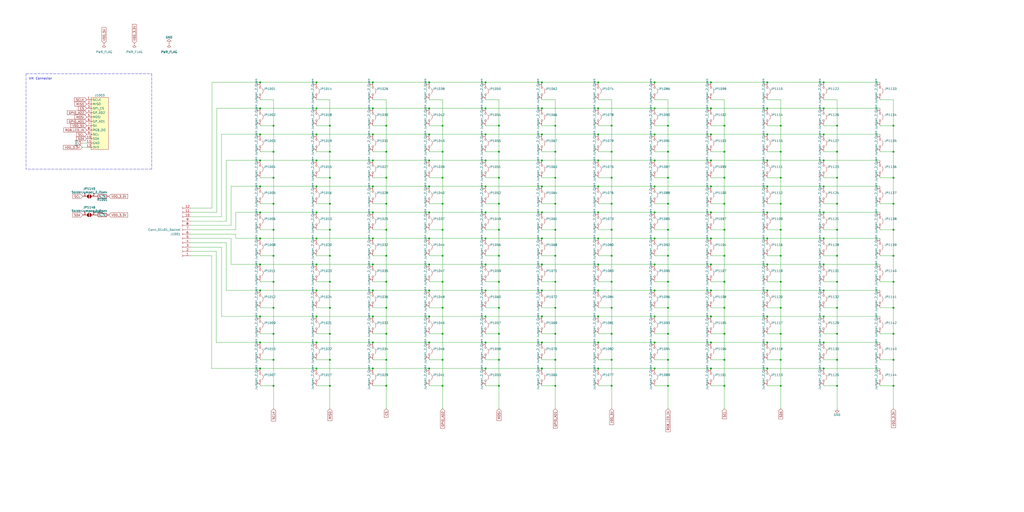
<source format=kicad_sch>
(kicad_sch (version 20230121) (generator eeschema)
  (paper "User" 599.999 299.999)
  (title_block (company "bastard keyboards") (comment 4 "Copyright Quentin Lebastard"))
  (junction (at 284.48 124.46))
  (junction (at 391.414 226.06))
  (junction (at 490.474 226.06))
  (junction (at 490.474 134.62))
  (junction (at 193.294 134.62))
  (junction (at 160.274 88.9))
  (junction (at 185.42 170.18))
  (junction (at 259.334 104.14))
  (junction (at 358.394 210.82))
  (junction (at 185.42 63.5))
  (junction (at 284.48 215.9))
  (junction (at 259.334 210.82))
  (junction (at 482.6 215.9))
  (junction (at 292.354 180.34))
  (junction (at 383.54 78.74))
  (junction (at 251.46 170.18))
  (junction (at 482.6 185.42))
  (junction (at 416.56 63.5))
  (junction (at 424.434 165.1))
  (junction (at 457.454 226.06))
  (junction (at 449.58 185.42))
  (junction (at 284.48 154.94))
  (junction (at 160.274 180.34))
  (junction (at 490.474 180.34))
  (junction (at 449.58 170.18))
  (junction (at 193.294 180.34))
  (junction (at 350.52 48.26))
  (junction (at 523.494 165.1))
  (junction (at 449.58 48.26))
  (junction (at 292.354 226.06))
  (junction (at 317.5 109.22))
  (junction (at 358.394 149.86))
  (junction (at 457.454 165.1))
  (junction (at 391.414 210.82))
  (junction (at 490.474 149.86))
  (junction (at 416.56 78.74))
  (junction (at 193.294 104.14))
  (junction (at 226.314 226.06))
  (junction (at 251.46 200.66))
  (junction (at 350.52 170.18))
  (junction (at 226.314 195.58))
  (junction (at 317.5 215.9))
  (junction (at 251.46 63.5))
  (junction (at 226.314 180.34))
  (junction (at 317.5 154.94))
  (junction (at 218.44 139.7))
  (junction (at 449.58 154.94))
  (junction (at 482.6 170.18))
  (junction (at 449.58 139.7))
  (junction (at 160.274 226.06))
  (junction (at 325.374 104.14))
  (junction (at 391.414 165.1))
  (junction (at 457.454 149.86))
  (junction (at 424.434 104.14))
  (junction (at 482.6 139.7))
  (junction (at 218.44 215.9))
  (junction (at 482.6 124.46))
  (junction (at 317.5 185.42))
  (junction (at 284.48 200.66))
  (junction (at 218.44 200.66))
  (junction (at 391.414 104.14))
  (junction (at 185.42 139.7))
  (junction (at 317.5 78.74))
  (junction (at 523.494 119.38))
  (junction (at 185.42 185.42))
  (junction (at 259.334 165.1))
  (junction (at 457.454 210.82))
  (junction (at 284.48 139.7))
  (junction (at 251.46 109.22))
  (junction (at 160.274 149.86))
  (junction (at 185.42 200.66))
  (junction (at 193.294 210.82))
  (junction (at 218.44 93.98))
  (junction (at 152.4 185.42))
  (junction (at 416.56 93.98))
  (junction (at 152.4 200.66))
  (junction (at 218.44 124.46))
  (junction (at 391.414 119.38))
  (junction (at 416.56 200.66))
  (junction (at 350.52 215.9))
  (junction (at 284.48 109.22))
  (junction (at 251.46 185.42))
  (junction (at 383.54 154.94))
  (junction (at 160.274 165.1))
  (junction (at 317.5 48.26))
  (junction (at 292.354 73.66))
  (junction (at 160.274 104.14))
  (junction (at 358.394 134.62))
  (junction (at 152.4 93.98))
  (junction (at 416.56 170.18))
  (junction (at 416.56 109.22))
  (junction (at 358.394 195.58))
  (junction (at 350.52 185.42))
  (junction (at 391.414 180.34))
  (junction (at 259.334 149.86))
  (junction (at 424.434 226.06))
  (junction (at 449.58 200.66))
  (junction (at 193.294 165.1))
  (junction (at 218.44 185.42))
  (junction (at 152.4 48.26))
  (junction (at 482.6 63.5))
  (junction (at 259.334 119.38))
  (junction (at 424.434 180.34))
  (junction (at 383.54 200.66))
  (junction (at 259.334 226.06))
  (junction (at 449.58 124.46))
  (junction (at 383.54 124.46))
  (junction (at 383.54 215.9))
  (junction (at 482.6 78.74))
  (junction (at 152.4 109.22))
  (junction (at 284.48 170.18))
  (junction (at 325.374 134.62))
  (junction (at 218.44 109.22))
  (junction (at 490.474 73.66))
  (junction (at 259.334 180.34))
  (junction (at 259.334 134.62))
  (junction (at 317.5 63.5))
  (junction (at 449.58 63.5))
  (junction (at 251.46 215.9))
  (junction (at 325.374 73.66))
  (junction (at 317.5 124.46))
  (junction (at 292.354 149.86))
  (junction (at 457.454 119.38))
  (junction (at 457.454 73.66))
  (junction (at 251.46 93.98))
  (junction (at 193.294 226.06))
  (junction (at 449.58 215.9))
  (junction (at 259.334 88.9))
  (junction (at 457.454 104.14))
  (junction (at 416.56 215.9))
  (junction (at 424.434 210.82))
  (junction (at 416.56 139.7))
  (junction (at 482.6 154.94))
  (junction (at 193.294 88.9))
  (junction (at 325.374 88.9))
  (junction (at 325.374 210.82))
  (junction (at 391.414 195.58))
  (junction (at 391.414 73.66))
  (junction (at 284.48 78.74))
  (junction (at 284.48 48.26))
  (junction (at 523.494 88.9))
  (junction (at 160.274 73.66))
  (junction (at 284.48 185.42))
  (junction (at 218.44 48.26))
  (junction (at 226.314 88.9))
  (junction (at 152.4 215.9))
  (junction (at 482.6 48.26))
  (junction (at 251.46 78.74))
  (junction (at 490.474 210.82))
  (junction (at 391.414 134.62))
  (junction (at 193.294 195.58))
  (junction (at 523.494 104.14))
  (junction (at 383.54 109.22))
  (junction (at 523.494 134.62))
  (junction (at 350.52 109.22))
  (junction (at 449.58 78.74))
  (junction (at 226.314 73.66))
  (junction (at 416.56 124.46))
  (junction (at 218.44 154.94))
  (junction (at 226.314 165.1))
  (junction (at 152.4 139.7))
  (junction (at 218.44 63.5))
  (junction (at 292.354 119.38))
  (junction (at 482.6 200.66))
  (junction (at 193.294 73.66))
  (junction (at 523.494 210.82))
  (junction (at 457.454 134.62))
  (junction (at 325.374 165.1))
  (junction (at 391.414 149.86))
  (junction (at 490.474 88.9))
  (junction (at 152.4 63.5))
  (junction (at 523.494 149.86))
  (junction (at 218.44 78.74))
  (junction (at 325.374 119.38))
  (junction (at 482.6 93.98))
  (junction (at 383.54 170.18))
  (junction (at 259.334 195.58))
  (junction (at 317.5 170.18))
  (junction (at 523.494 226.06))
  (junction (at 259.334 73.66))
  (junction (at 457.454 180.34))
  (junction (at 424.434 119.38))
  (junction (at 193.294 149.86))
  (junction (at 490.474 104.14))
  (junction (at 251.46 124.46))
  (junction (at 358.394 180.34))
  (junction (at 317.5 93.98))
  (junction (at 193.294 119.38))
  (junction (at 358.394 165.1))
  (junction (at 284.48 63.5))
  (junction (at 251.46 48.26))
  (junction (at 490.474 119.38))
  (junction (at 152.4 78.74))
  (junction (at 383.54 63.5))
  (junction (at 226.314 149.86))
  (junction (at 383.54 48.26))
  (junction (at 160.274 210.82))
  (junction (at 416.56 48.26))
  (junction (at 457.454 195.58))
  (junction (at 292.354 104.14))
  (junction (at 424.434 195.58))
  (junction (at 251.46 139.7))
  (junction (at 457.454 88.9))
  (junction (at 350.52 139.7))
  (junction (at 251.46 154.94))
  (junction (at 317.5 139.7))
  (junction (at 424.434 88.9))
  (junction (at 416.56 154.94))
  (junction (at 160.274 134.62))
  (junction (at 226.314 119.38))
  (junction (at 226.314 134.62))
  (junction (at 292.354 210.82))
  (junction (at 152.4 124.46))
  (junction (at 350.52 78.74))
  (junction (at 358.394 88.9))
  (junction (at 284.48 93.98))
  (junction (at 292.354 88.9))
  (junction (at 482.6 109.22))
  (junction (at 160.274 119.38))
  (junction (at 424.434 134.62))
  (junction (at 350.52 200.66))
  (junction (at 383.54 185.42))
  (junction (at 490.474 165.1))
  (junction (at 292.354 165.1))
  (junction (at 185.42 93.98))
  (junction (at 383.54 139.7))
  (junction (at 449.58 109.22))
  (junction (at 160.274 195.58))
  (junction (at 523.494 73.66))
  (junction (at 185.42 109.22))
  (junction (at 424.434 149.86))
  (junction (at 449.58 93.98))
  (junction (at 152.4 170.18))
  (junction (at 350.52 124.46))
  (junction (at 490.474 195.58))
  (junction (at 317.5 200.66))
  (junction (at 350.52 93.98))
  (junction (at 185.42 215.9))
  (junction (at 185.42 154.94))
  (junction (at 185.42 78.74))
  (junction (at 358.394 73.66))
  (junction (at 358.394 226.06))
  (junction (at 292.354 195.58))
  (junction (at 185.42 48.26))
  (junction (at 358.394 104.14))
  (junction (at 350.52 63.5))
  (junction (at 416.56 185.42))
  (junction (at 350.52 154.94))
  (junction (at 292.354 134.62))
  (junction (at 226.314 104.14))
  (junction (at 325.374 195.58))
  (junction (at 358.394 119.38))
  (junction (at 185.42 124.46))
  (junction (at 325.374 149.86))
  (junction (at 523.494 180.34))
  (junction (at 325.374 180.34))
  (junction (at 325.374 226.06))
  (junction (at 391.414 88.9))
  (junction (at 424.434 73.66))
  (junction (at 218.44 170.18))
  (junction (at 226.314 210.82))
  (junction (at 523.494 195.58))
  (junction (at 152.4 154.94))
  (junction (at 383.54 93.98))
  (wire (pts (xy 523.494 58.42) (xy 523.494 73.66)))
  (wire (pts (xy 416.56 185.42) (xy 449.58 185.42)))
  (polyline (pts (xy 15.24 43.18) (xy 15.24 99.06)) (stroke (width 0) (type dash)))
  (wire (pts (xy 152.4 154.94) (xy 135.382 154.94)))
  (wire (pts (xy 218.44 109.22) (xy 251.46 109.22)))
  (wire (pts (xy 515.62 226.06) (xy 523.494 226.06)))
  (wire (pts (xy 482.6 180.34) (xy 490.474 180.34)))
  (wire (pts (xy 350.52 78.74) (xy 383.54 78.74)))
  (wire (pts (xy 482.6 109.22) (xy 515.62 109.22)))
  (wire (pts (xy 111.76 134.62) (xy 138.176 134.62)))
  (wire (pts (xy 523.494 88.9) (xy 523.494 104.14)))
  (wire (pts (xy 449.58 210.82) (xy 457.454 210.82)))
  (wire (pts (xy 383.54 139.7) (xy 416.56 139.7)))
  (wire (pts (xy 160.274 195.58) (xy 160.274 210.82)))
  (wire (pts (xy 416.56 119.38) (xy 424.434 119.38)))
  (wire (pts (xy 218.44 119.38) (xy 226.314 119.38)))
  (wire (pts (xy 152.4 154.94) (xy 185.42 154.94)))
  (wire (pts (xy 358.394 165.1) (xy 358.394 180.34)))
  (wire (pts (xy 138.176 137.16) (xy 138.176 139.7)))
  (wire (pts (xy 111.76 144.78) (xy 129.794 144.78)))
  (wire (pts (xy 218.44 134.62) (xy 226.314 134.62)))
  (wire (pts (xy 193.294 195.58) (xy 193.294 210.82)))
  (wire (pts (xy 284.48 210.82) (xy 292.354 210.82)))
  (wire (pts (xy 482.6 48.26) (xy 515.62 48.26)))
  (wire (pts (xy 449.58 124.46) (xy 482.6 124.46)))
  (wire (pts (xy 284.48 78.74) (xy 317.5 78.74)))
  (wire (pts (xy 416.56 226.06) (xy 424.434 226.06)))
  (wire (pts (xy 292.354 119.38) (xy 292.354 134.62)))
  (wire (pts (xy 226.314 195.58) (xy 226.314 210.82)))
  (wire (pts (xy 490.474 58.42) (xy 490.474 73.66)))
  (wire (pts (xy 457.454 180.34) (xy 457.454 195.58)))
  (wire (pts (xy 193.294 149.86) (xy 193.294 165.1)))
  (wire (pts (xy 424.434 104.14) (xy 424.434 119.38)))
  (wire (pts (xy 251.46 58.42) (xy 259.334 58.42)))
  (wire (pts (xy 259.334 134.62) (xy 259.334 149.86)))
  (wire (pts (xy 350.52 48.26) (xy 383.54 48.26)))
  (wire (pts (xy 160.274 88.9) (xy 160.274 104.14)))
  (wire (pts (xy 449.58 93.98) (xy 482.6 93.98)))
  (wire (pts (xy 416.56 200.66) (xy 449.58 200.66)))
  (wire (pts (xy 152.4 200.66) (xy 185.42 200.66)))
  (wire (pts (xy 185.42 104.14) (xy 193.294 104.14)))
  (wire (pts (xy 358.394 195.58) (xy 358.394 210.82)))
  (wire (pts (xy 123.952 149.86) (xy 123.952 215.9)))
  (wire (pts (xy 515.62 210.82) (xy 523.494 210.82)))
  (wire (pts (xy 111.76 124.46) (xy 127 124.46)))
  (wire (pts (xy 350.52 93.98) (xy 383.54 93.98)))
  (wire (pts (xy 490.474 149.86) (xy 490.474 165.1)))
  (wire (pts (xy 152.4 109.22) (xy 135.382 109.22)))
  (wire (pts (xy 185.42 93.98) (xy 218.44 93.98)))
  (wire (pts (xy 284.48 58.42) (xy 292.354 58.42)))
  (wire (pts (xy 185.42 226.06) (xy 193.294 226.06)))
  (wire (pts (xy 160.274 165.1) (xy 160.274 180.34)))
  (wire (pts (xy 138.176 124.46) (xy 138.176 134.62)))
  (wire (pts (xy 284.48 154.94) (xy 317.5 154.94)))
  (wire (pts (xy 449.58 195.58) (xy 457.454 195.58)))
  (wire (pts (xy 129.794 78.74) (xy 129.794 127)))
  (wire (pts (xy 111.76 142.24) (xy 132.588 142.24)))
  (wire (pts (xy 515.62 149.86) (xy 523.494 149.86)))
  (wire (pts (xy 111.76 147.32) (xy 126.746 147.32)))
  (wire (pts (xy 383.54 78.74) (xy 416.56 78.74)))
  (wire (pts (xy 152.4 215.9) (xy 185.42 215.9)))
  (wire (pts (xy 185.42 58.42) (xy 193.294 58.42)))
  (wire (pts (xy 284.48 119.38) (xy 292.354 119.38)))
  (wire (pts (xy 325.374 104.14) (xy 325.374 119.38)))
  (wire (pts (xy 124.206 48.26) (xy 124.206 121.92)))
  (wire (pts (xy 449.58 226.06) (xy 457.454 226.06)))
  (wire (pts (xy 490.474 73.66) (xy 490.474 88.9)))
  (wire (pts (xy 457.454 58.42) (xy 457.454 73.66)))
  (wire (pts (xy 292.354 195.58) (xy 292.354 210.82)))
  (wire (pts (xy 350.52 109.22) (xy 383.54 109.22)))
  (wire (pts (xy 350.52 63.5) (xy 383.54 63.5)))
  (wire (pts (xy 152.4 134.62) (xy 160.274 134.62)))
  (wire (pts (xy 482.6 104.14) (xy 490.474 104.14)))
  (wire (pts (xy 284.48 226.06) (xy 292.354 226.06)))
  (wire (pts (xy 284.48 124.46) (xy 317.5 124.46)))
  (wire (pts (xy 383.54 104.14) (xy 391.414 104.14)))
  (wire (pts (xy 152.4 165.1) (xy 160.274 165.1)))
  (wire (pts (xy 350.52 58.42) (xy 358.394 58.42)))
  (wire (pts (xy 350.52 226.06) (xy 358.394 226.06)))
  (wire (pts (xy 251.46 48.26) (xy 284.48 48.26)))
  (wire (pts (xy 383.54 154.94) (xy 416.56 154.94)))
  (wire (pts (xy 391.414 180.34) (xy 391.414 195.58)))
  (wire (pts (xy 482.6 93.98) (xy 515.62 93.98)))
  (wire (pts (xy 383.54 63.5) (xy 416.56 63.5)))
  (wire (pts (xy 350.52 165.1) (xy 358.394 165.1)))
  (wire (pts (xy 129.794 144.78) (xy 129.794 185.42)))
  (wire (pts (xy 152.4 195.58) (xy 160.274 195.58)))
  (wire (pts (xy 416.56 195.58) (xy 424.434 195.58)))
  (wire (pts (xy 449.58 149.86) (xy 457.454 149.86)))
  (wire (pts (xy 317.5 124.46) (xy 350.52 124.46)))
  (wire (pts (xy 490.474 104.14) (xy 490.474 119.38)))
  (polyline (pts (xy 88.9 99.06) (xy 15.24 99.06)) (stroke (width 0) (type dash)))
  (wire (pts (xy 350.52 119.38) (xy 358.394 119.38)))
  (wire (pts (xy 152.4 149.86) (xy 160.274 149.86)))
  (wire (pts (xy 449.58 119.38) (xy 457.454 119.38)))
  (wire (pts (xy 218.44 88.9) (xy 226.314 88.9)))
  (wire (pts (xy 449.58 185.42) (xy 482.6 185.42)))
  (wire (pts (xy 111.76 149.86) (xy 123.952 149.86)))
  (wire (pts (xy 284.48 149.86) (xy 292.354 149.86)))
  (wire (pts (xy 251.46 134.62) (xy 259.334 134.62)))
  (wire (pts (xy 259.334 149.86) (xy 259.334 165.1)))
  (wire (pts (xy 482.6 226.06) (xy 490.474 226.06)))
  (wire (pts (xy 160.274 149.86) (xy 160.274 165.1)))
  (wire (pts (xy 317.5 93.98) (xy 350.52 93.98)))
  (wire (pts (xy 523.494 195.58) (xy 523.494 210.82)))
  (wire (pts (xy 449.58 134.62) (xy 457.454 134.62)))
  (wire (pts (xy 226.314 104.14) (xy 226.314 119.38)))
  (wire (pts (xy 48.26 83.82) (xy 50.8 83.82)))
  (wire (pts (xy 515.62 195.58) (xy 523.494 195.58)))
  (wire (pts (xy 449.58 154.94) (xy 482.6 154.94)))
  (wire (pts (xy 482.6 195.58) (xy 490.474 195.58)))
  (wire (pts (xy 416.56 134.62) (xy 424.434 134.62)))
  (wire (pts (xy 358.394 180.34) (xy 358.394 195.58)))
  (wire (pts (xy 251.46 215.9) (xy 284.48 215.9)))
  (wire (pts (xy 523.494 226.06) (xy 523.494 239.522)))
  (wire (pts (xy 284.48 215.9) (xy 317.5 215.9)))
  (polyline (pts (xy 88.9 43.18) (xy 88.9 99.06)) (stroke (width 0) (type dash)))
  (wire (pts (xy 325.374 180.34) (xy 325.374 195.58)))
  (wire (pts (xy 325.374 149.86) (xy 325.374 165.1)))
  (wire (pts (xy 292.354 226.06) (xy 292.354 239.522)))
  (wire (pts (xy 251.46 180.34) (xy 259.334 180.34)))
  (wire (pts (xy 259.334 180.34) (xy 259.334 195.58)))
  (wire (pts (xy 523.494 210.82) (xy 523.494 226.06)))
  (wire (pts (xy 350.52 170.18) (xy 383.54 170.18)))
  (wire (pts (xy 515.62 73.66) (xy 523.494 73.66)))
  (wire (pts (xy 383.54 58.42) (xy 391.414 58.42)))
  (wire (pts (xy 152.4 226.06) (xy 160.274 226.06)))
  (wire (pts (xy 416.56 104.14) (xy 424.434 104.14)))
  (wire (pts (xy 449.58 170.18) (xy 482.6 170.18)))
  (wire (pts (xy 350.52 180.34) (xy 358.394 180.34)))
  (wire (pts (xy 218.44 139.7) (xy 251.46 139.7)))
  (wire (pts (xy 292.354 134.62) (xy 292.354 149.86)))
  (wire (pts (xy 185.42 48.26) (xy 218.44 48.26)))
  (wire (pts (xy 325.374 119.38) (xy 325.374 134.62)))
  (wire (pts (xy 292.354 88.9) (xy 292.354 104.14)))
  (wire (pts (xy 284.48 200.66) (xy 317.5 200.66)))
  (wire (pts (xy 152.4 63.5) (xy 185.42 63.5)))
  (wire (pts (xy 482.6 73.66) (xy 490.474 73.66)))
  (wire (pts (xy 490.474 119.38) (xy 490.474 134.62)))
  (wire (pts (xy 325.374 210.82) (xy 325.374 226.06)))
  (wire (pts (xy 358.394 226.06) (xy 358.394 239.522)))
  (wire (pts (xy 416.56 88.9) (xy 424.434 88.9)))
  (wire (pts (xy 284.48 134.62) (xy 292.354 134.62)))
  (wire (pts (xy 185.42 154.94) (xy 218.44 154.94)))
  (wire (pts (xy 152.4 88.9) (xy 160.274 88.9)))
  (wire (pts (xy 152.4 109.22) (xy 185.42 109.22)))
  (wire (pts (xy 160.274 226.06) (xy 160.274 239.522)))
  (wire (pts (xy 135.382 109.22) (xy 135.382 132.08)))
  (wire (pts (xy 160.274 73.66) (xy 160.274 88.9)))
  (wire (pts (xy 350.52 195.58) (xy 358.394 195.58)))
  (wire (pts (xy 358.394 119.38) (xy 358.394 134.62)))
  (wire (pts (xy 317.5 88.9) (xy 325.374 88.9)))
  (wire (pts (xy 193.294 226.06) (xy 193.294 239.522)))
  (wire (pts (xy 152.4 93.98) (xy 132.588 93.98)))
  (wire (pts (xy 317.5 165.1) (xy 325.374 165.1)))
  (wire (pts (xy 152.4 170.18) (xy 132.588 170.18)))
  (wire (pts (xy 185.42 200.66) (xy 218.44 200.66)))
  (wire (pts (xy 482.6 124.46) (xy 515.62 124.46)))
  (wire (pts (xy 152.4 180.34) (xy 160.274 180.34)))
  (wire (pts (xy 185.42 78.74) (xy 218.44 78.74)))
  (wire (pts (xy 350.52 124.46) (xy 383.54 124.46)))
  (wire (pts (xy 523.494 73.66) (xy 523.494 88.9)))
  (wire (pts (xy 284.48 93.98) (xy 317.5 93.98)))
  (wire (pts (xy 251.46 210.82) (xy 259.334 210.82)))
  (wire (pts (xy 218.44 215.9) (xy 251.46 215.9)))
  (wire (pts (xy 482.6 149.86) (xy 490.474 149.86)))
  (wire (pts (xy 523.494 104.14) (xy 523.494 119.38)))
  (wire (pts (xy 193.294 210.82) (xy 193.294 226.06)))
  (wire (pts (xy 457.454 165.1) (xy 457.454 180.34)))
  (wire (pts (xy 358.394 58.42) (xy 358.394 73.66)))
  (wire (pts (xy 193.294 104.14) (xy 193.294 119.38)))
  (wire (pts (xy 259.334 88.9) (xy 259.334 104.14)))
  (wire (pts (xy 152.4 73.66) (xy 160.274 73.66)))
  (wire (pts (xy 449.58 58.42) (xy 457.454 58.42)))
  (wire (pts (xy 515.62 104.14) (xy 523.494 104.14)))
  (wire (pts (xy 185.42 63.5) (xy 218.44 63.5)))
  (wire (pts (xy 416.56 73.66) (xy 424.434 73.66)))
  (wire (pts (xy 284.48 73.66) (xy 292.354 73.66)))
  (wire (pts (xy 284.48 88.9) (xy 292.354 88.9)))
  (wire (pts (xy 391.414 165.1) (xy 391.414 180.34)))
  (wire (pts (xy 391.414 226.06) (xy 391.414 239.522)))
  (wire (pts (xy 391.414 195.58) (xy 391.414 210.82)))
  (wire (pts (xy 160.274 134.62) (xy 160.274 149.86)))
  (wire (pts (xy 383.54 93.98) (xy 416.56 93.98)))
  (wire (pts (xy 152.4 185.42) (xy 185.42 185.42)))
  (wire (pts (xy 424.434 58.42) (xy 424.434 73.66)))
  (wire (pts (xy 457.454 210.82) (xy 457.454 226.06)))
  (wire (pts (xy 160.274 180.34) (xy 160.274 195.58)))
  (wire (pts (xy 193.294 165.1) (xy 193.294 180.34)))
  (wire (pts (xy 152.4 63.5) (xy 127 63.5)))
  (wire (pts (xy 259.334 104.14) (xy 259.334 119.38)))
  (wire (pts (xy 449.58 88.9) (xy 457.454 88.9)))
  (wire (pts (xy 251.46 119.38) (xy 259.334 119.38)))
  (wire (pts (xy 218.44 154.94) (xy 251.46 154.94)))
  (wire (pts (xy 457.454 73.66) (xy 457.454 88.9)))
  (wire (pts (xy 416.56 139.7) (xy 449.58 139.7)))
  (wire (pts (xy 457.454 119.38) (xy 457.454 134.62)))
  (wire (pts (xy 317.5 109.22) (xy 350.52 109.22)))
  (wire (pts (xy 457.454 195.58) (xy 457.454 210.82)))
  (wire (pts (xy 416.56 210.82) (xy 424.434 210.82)))
  (wire (pts (xy 383.54 124.46) (xy 416.56 124.46)))
  (wire (pts (xy 185.42 119.38) (xy 193.294 119.38)))
  (wire (pts (xy 152.4 139.7) (xy 185.42 139.7)))
  (wire (pts (xy 457.454 134.62) (xy 457.454 149.86)))
  (wire (pts (xy 193.294 73.66) (xy 193.294 88.9)))
  (wire (pts (xy 251.46 139.7) (xy 284.48 139.7)))
  (wire (pts (xy 226.314 165.1) (xy 226.314 180.34)))
  (wire (pts (xy 126.746 147.32) (xy 126.746 200.66)))
  (wire (pts (xy 416.56 63.5) (xy 449.58 63.5)))
  (wire (pts (xy 523.494 180.34) (xy 523.494 195.58)))
  (wire (pts (xy 383.54 165.1) (xy 391.414 165.1)))
  (wire (pts (xy 218.44 165.1) (xy 226.314 165.1)))
  (wire (pts (xy 317.5 154.94) (xy 350.52 154.94)))
  (wire (pts (xy 490.474 210.82) (xy 490.474 226.06)))
  (wire (pts (xy 152.4 78.74) (xy 129.794 78.74)))
  (wire (pts (xy 292.354 104.14) (xy 292.354 119.38)))
  (wire (pts (xy 449.58 104.14) (xy 457.454 104.14)))
  (wire (pts (xy 185.42 134.62) (xy 193.294 134.62)))
  (wire (pts (xy 317.5 200.66) (xy 350.52 200.66)))
  (wire (pts (xy 383.54 226.06) (xy 391.414 226.06)))
  (wire (pts (xy 482.6 215.9) (xy 515.62 215.9)))
  (wire (pts (xy 383.54 73.66) (xy 391.414 73.66)))
  (wire (pts (xy 416.56 93.98) (xy 449.58 93.98)))
  (wire (pts (xy 317.5 170.18) (xy 350.52 170.18)))
  (wire (pts (xy 218.44 93.98) (xy 251.46 93.98)))
  (wire (pts (xy 259.334 195.58) (xy 259.334 210.82)))
  (wire (pts (xy 457.454 149.86) (xy 457.454 165.1)))
  (wire (pts (xy 251.46 170.18) (xy 284.48 170.18)))
  (wire (pts (xy 416.56 170.18) (xy 449.58 170.18)))
  (wire (pts (xy 424.434 134.62) (xy 424.434 149.86)))
  (wire (pts (xy 317.5 73.66) (xy 325.374 73.66)))
  (wire (pts (xy 284.48 48.26) (xy 317.5 48.26)))
  (wire (pts (xy 383.54 119.38) (xy 391.414 119.38)))
  (wire (pts (xy 160.274 104.14) (xy 160.274 119.38)))
  (wire (pts (xy 251.46 154.94) (xy 284.48 154.94)))
  (wire (pts (xy 482.6 210.82) (xy 490.474 210.82)))
  (wire (pts (xy 185.42 185.42) (xy 218.44 185.42)))
  (wire (pts (xy 185.42 149.86) (xy 193.294 149.86)))
  (wire (pts (xy 391.414 88.9) (xy 391.414 104.14)))
  (wire (pts (xy 193.294 88.9) (xy 193.294 104.14)))
  (wire (pts (xy 292.354 165.1) (xy 292.354 180.34)))
  (wire (pts (xy 259.334 58.42) (xy 259.334 73.66)))
  (wire (pts (xy 152.4 48.26) (xy 185.42 48.26)))
  (wire (pts (xy 383.54 215.9) (xy 416.56 215.9)))
  (wire (pts (xy 111.76 132.08) (xy 135.382 132.08)))
  (wire (pts (xy 251.46 109.22) (xy 284.48 109.22)))
  (wire (pts (xy 317.5 134.62) (xy 325.374 134.62)))
  (wire (pts (xy 482.6 58.42) (xy 490.474 58.42)))
  (wire (pts (xy 284.48 165.1) (xy 292.354 165.1)))
  (wire (pts (xy 383.54 200.66) (xy 416.56 200.66)))
  (wire (pts (xy 185.42 170.18) (xy 218.44 170.18)))
  (wire (pts (xy 383.54 180.34) (xy 391.414 180.34)))
  (wire (pts (xy 490.474 88.9) (xy 490.474 104.14)))
  (wire (pts (xy 515.62 119.38) (xy 523.494 119.38)))
  (wire (pts (xy 160.274 119.38) (xy 160.274 134.62)))
  (wire (pts (xy 185.42 165.1) (xy 193.294 165.1)))
  (wire (pts (xy 218.44 124.46) (xy 251.46 124.46)))
  (polyline (pts (xy 15.24 43.18) (xy 88.9 43.18)) (stroke (width 0) (type dash)))
  (wire (pts (xy 251.46 104.14) (xy 259.334 104.14)))
  (wire (pts (xy 111.76 121.92) (xy 124.206 121.92)))
  (wire (pts (xy 317.5 180.34) (xy 325.374 180.34)))
  (wire (pts (xy 160.274 210.82) (xy 160.274 226.06)))
  (wire (pts (xy 350.52 73.66) (xy 358.394 73.66)))
  (wire (pts (xy 391.414 134.62) (xy 391.414 149.86)))
  (wire (pts (xy 317.5 104.14) (xy 325.374 104.14)))
  (wire (pts (xy 424.434 73.66) (xy 424.434 88.9)))
  (wire (pts (xy 284.48 170.18) (xy 317.5 170.18)))
  (wire (pts (xy 383.54 210.82) (xy 391.414 210.82)))
  (wire (pts (xy 350.52 200.66) (xy 383.54 200.66)))
  (wire (pts (xy 152.4 215.9) (xy 123.952 215.9)))
  (wire (pts (xy 416.56 124.46) (xy 449.58 124.46)))
  (wire (pts (xy 193.294 119.38) (xy 193.294 134.62)))
  (wire (pts (xy 490.474 195.58) (xy 490.474 210.82)))
  (wire (pts (xy 490.474 180.34) (xy 490.474 195.58)))
  (wire (pts (xy 424.434 119.38) (xy 424.434 134.62)))
  (wire (pts (xy 350.52 149.86) (xy 358.394 149.86)))
  (wire (pts (xy 218.44 63.5) (xy 251.46 63.5)))
  (wire (pts (xy 482.6 88.9) (xy 490.474 88.9)))
  (wire (pts (xy 449.58 200.66) (xy 482.6 200.66)))
  (wire (pts (xy 523.494 134.62) (xy 523.494 149.86)))
  (wire (pts (xy 218.44 180.34) (xy 226.314 180.34)))
  (wire (pts (xy 185.42 195.58) (xy 193.294 195.58)))
  (wire (pts (xy 482.6 170.18) (xy 515.62 170.18)))
  (wire (pts (xy 391.414 149.86) (xy 391.414 165.1)))
  (wire (pts (xy 132.588 93.98) (xy 132.588 129.54)))
  (wire (pts (xy 424.434 210.82) (xy 424.434 226.06)))
  (wire (pts (xy 383.54 48.26) (xy 416.56 48.26)))
  (wire (pts (xy 449.58 78.74) (xy 482.6 78.74)))
  (wire (pts (xy 193.294 134.62) (xy 193.294 149.86)))
  (wire (pts (xy 482.6 134.62) (xy 490.474 134.62)))
  (wire (pts (xy 317.5 149.86) (xy 325.374 149.86)))
  (wire (pts (xy 482.6 139.7) (xy 515.62 139.7)))
  (wire (pts (xy 218.44 104.14) (xy 226.314 104.14)))
  (wire (pts (xy 416.56 154.94) (xy 449.58 154.94)))
  (wire (pts (xy 251.46 78.74) (xy 284.48 78.74)))
  (wire (pts (xy 218.44 48.26) (xy 251.46 48.26)))
  (wire (pts (xy 185.42 73.66) (xy 193.294 73.66)))
  (wire (pts (xy 515.62 134.62) (xy 523.494 134.62)))
  (wire (pts (xy 350.52 185.42) (xy 383.54 185.42)))
  (wire (pts (xy 350.52 210.82) (xy 358.394 210.82)))
  (wire (pts (xy 284.48 185.42) (xy 317.5 185.42)))
  (wire (pts (xy 424.434 195.58) (xy 424.434 210.82)))
  (wire (pts (xy 449.58 48.26) (xy 482.6 48.26)))
  (wire (pts (xy 284.48 104.14) (xy 292.354 104.14)))
  (wire (pts (xy 218.44 226.06) (xy 226.314 226.06)))
  (wire (pts (xy 48.26 86.36) (xy 50.8 86.36)))
  (wire (pts (xy 259.334 210.82) (xy 259.334 226.06)))
  (wire (pts (xy 284.48 109.22) (xy 317.5 109.22)))
  (wire (pts (xy 129.794 185.42) (xy 152.4 185.42)))
  (wire (pts (xy 152.4 58.42) (xy 160.274 58.42)))
  (wire (pts (xy 317.5 63.5) (xy 350.52 63.5)))
  (wire (pts (xy 317.5 185.42) (xy 350.52 185.42)))
  (wire (pts (xy 482.6 63.5) (xy 515.62 63.5)))
  (wire (pts (xy 226.314 180.34) (xy 226.314 195.58)))
  (wire (pts (xy 482.6 154.94) (xy 515.62 154.94)))
  (wire (pts (xy 152.4 210.82) (xy 160.274 210.82)))
  (wire (pts (xy 259.334 165.1) (xy 259.334 180.34)))
  (wire (pts (xy 449.58 180.34) (xy 457.454 180.34)))
  (wire (pts (xy 193.294 180.34) (xy 193.294 195.58)))
  (wire (pts (xy 416.56 109.22) (xy 449.58 109.22)))
  (wire (pts (xy 251.46 226.06) (xy 259.334 226.06)))
  (wire (pts (xy 284.48 195.58) (xy 292.354 195.58)))
  (wire (pts (xy 358.394 149.86) (xy 358.394 165.1)))
  (wire (pts (xy 185.42 180.34) (xy 193.294 180.34)))
  (wire (pts (xy 416.56 180.34) (xy 424.434 180.34)))
  (wire (pts (xy 292.354 149.86) (xy 292.354 165.1)))
  (wire (pts (xy 424.434 88.9) (xy 424.434 104.14)))
  (wire (pts (xy 135.382 139.7) (xy 135.382 154.94)))
  (wire (pts (xy 111.76 129.54) (xy 132.588 129.54)))
  (wire (pts (xy 218.44 210.82) (xy 226.314 210.82)))
  (wire (pts (xy 251.46 93.98) (xy 284.48 93.98)))
  (wire (pts (xy 317.5 139.7) (xy 350.52 139.7)))
  (wire (pts (xy 251.46 63.5) (xy 284.48 63.5)))
  (wire (pts (xy 226.314 134.62) (xy 226.314 149.86)))
  (wire (pts (xy 391.414 73.66) (xy 391.414 88.9)))
  (wire (pts (xy 457.454 226.06) (xy 457.454 239.522)))
  (wire (pts (xy 424.434 165.1) (xy 424.434 180.34)))
  (wire (pts (xy 218.44 73.66) (xy 226.314 73.66)))
  (wire (pts (xy 251.46 124.46) (xy 284.48 124.46)))
  (wire (pts (xy 218.44 149.86) (xy 226.314 149.86)))
  (wire (pts (xy 259.334 119.38) (xy 259.334 134.62)))
  (wire (pts (xy 482.6 185.42) (xy 515.62 185.42)))
  (wire (pts (xy 424.434 180.34) (xy 424.434 195.58)))
  (wire (pts (xy 251.46 73.66) (xy 259.334 73.66)))
  (wire (pts (xy 251.46 88.9) (xy 259.334 88.9)))
  (wire (pts (xy 124.206 48.26) (xy 152.4 48.26)))
  (wire (pts (xy 226.314 149.86) (xy 226.314 165.1)))
  (wire (pts (xy 325.374 195.58) (xy 325.374 210.82)))
  (wire (pts (xy 358.394 210.82) (xy 358.394 226.06)))
  (wire (pts (xy 259.334 73.66) (xy 259.334 88.9)))
  (wire (pts (xy 457.454 104.14) (xy 457.454 119.38)))
  (wire (pts (xy 185.42 210.82) (xy 193.294 210.82)))
  (wire (pts (xy 449.58 63.5) (xy 482.6 63.5)))
  (wire (pts (xy 358.394 104.14) (xy 358.394 119.38)))
  (wire (pts (xy 132.588 142.24) (xy 132.588 170.18)))
  (wire (pts (xy 383.54 185.42) (xy 416.56 185.42)))
  (wire (pts (xy 391.414 210.82) (xy 391.414 226.06)))
  (wire (pts (xy 152.4 104.14) (xy 160.274 104.14)))
  (wire (pts (xy 185.42 139.7) (xy 218.44 139.7)))
  (wire (pts (xy 490.474 134.62) (xy 490.474 149.86)))
  (wire (pts (xy 358.394 88.9) (xy 358.394 104.14)))
  (wire (pts (xy 325.374 88.9) (xy 325.374 104.14)))
  (wire (pts (xy 515.62 88.9) (xy 523.494 88.9)))
  (wire (pts (xy 193.294 58.42) (xy 193.294 73.66)))
  (wire (pts (xy 292.354 58.42) (xy 292.354 73.66)))
  (wire (pts (xy 482.6 200.66) (xy 515.62 200.66)))
  (wire (pts (xy 185.42 109.22) (xy 218.44 109.22)))
  (wire (pts (xy 424.434 226.06) (xy 424.434 239.522)))
  (wire (pts (xy 218.44 78.74) (xy 251.46 78.74)))
  (wire (pts (xy 350.52 139.7) (xy 383.54 139.7)))
  (wire (pts (xy 185.42 124.46) (xy 218.44 124.46)))
  (wire (pts (xy 358.394 134.62) (xy 358.394 149.86)))
  (wire (pts (xy 383.54 134.62) (xy 391.414 134.62)))
  (wire (pts (xy 284.48 63.5) (xy 317.5 63.5)))
  (wire (pts (xy 350.52 134.62) (xy 358.394 134.62)))
  (wire (pts (xy 416.56 78.74) (xy 449.58 78.74)))
  (wire (pts (xy 127 63.5) (xy 127 124.46)))
  (wire (pts (xy 449.58 215.9) (xy 482.6 215.9)))
  (wire (pts (xy 226.314 73.66) (xy 226.314 88.9)))
  (wire (pts (xy 523.494 119.38) (xy 523.494 134.62)))
  (wire (pts (xy 185.42 88.9) (xy 193.294 88.9)))
  (wire (pts (xy 152.4 139.7) (xy 138.176 139.7)))
  (wire (pts (xy 317.5 210.82) (xy 325.374 210.82)))
  (wire (pts (xy 490.474 165.1) (xy 490.474 180.34)))
  (wire (pts (xy 424.434 149.86) (xy 424.434 165.1)))
  (wire (pts (xy 218.44 170.18) (xy 251.46 170.18)))
  (wire (pts (xy 391.414 119.38) (xy 391.414 134.62)))
  (wire (pts (xy 152.4 124.46) (xy 138.176 124.46)))
  (wire (pts (xy 416.56 58.42) (xy 424.434 58.42)))
  (wire (pts (xy 292.354 180.34) (xy 292.354 195.58)))
  (wire (pts (xy 126.746 200.66) (xy 152.4 200.66)))
  (wire (pts (xy 317.5 215.9) (xy 350.52 215.9)))
  (wire (pts (xy 350.52 215.9) (xy 383.54 215.9)))
  (wire (pts (xy 317.5 119.38) (xy 325.374 119.38)))
  (wire (pts (xy 292.354 210.82) (xy 292.354 226.06)))
  (wire (pts (xy 226.314 58.42) (xy 226.314 73.66)))
  (wire (pts (xy 292.354 73.66) (xy 292.354 88.9)))
  (wire (pts (xy 416.56 165.1) (xy 424.434 165.1)))
  (wire (pts (xy 325.374 226.06) (xy 325.374 239.522)))
  (wire (pts (xy 226.314 226.06) (xy 226.314 239.522)))
  (wire (pts (xy 325.374 134.62) (xy 325.374 149.86)))
  (wire (pts (xy 218.44 195.58) (xy 226.314 195.58)))
  (wire (pts (xy 317.5 48.26) (xy 350.52 48.26)))
  (wire (pts (xy 325.374 58.42) (xy 325.374 73.66)))
  (wire (pts (xy 152.4 170.18) (xy 185.42 170.18)))
  (wire (pts (xy 482.6 78.74) (xy 515.62 78.74)))
  (wire (pts (xy 391.414 104.14) (xy 391.414 119.38)))
  (wire (pts (xy 482.6 119.38) (xy 490.474 119.38)))
  (wire (pts (xy 284.48 180.34) (xy 292.354 180.34)))
  (wire (pts (xy 416.56 149.86) (xy 424.434 149.86)))
  (wire (pts (xy 160.274 58.42) (xy 160.274 73.66)))
  (wire (pts (xy 218.44 185.42) (xy 251.46 185.42)))
  (wire (pts (xy 490.474 226.06) (xy 490.474 239.522)))
  (wire (pts (xy 523.494 165.1) (xy 523.494 180.34)))
  (wire (pts (xy 226.314 88.9) (xy 226.314 104.14)))
  (wire (pts (xy 111.76 127) (xy 129.794 127)))
  (wire (pts (xy 317.5 226.06) (xy 325.374 226.06)))
  (wire (pts (xy 226.314 210.82) (xy 226.314 226.06)))
  (wire (pts (xy 152.4 93.98) (xy 185.42 93.98)))
  (wire (pts (xy 152.4 124.46) (xy 185.42 124.46)))
  (wire (pts (xy 358.394 73.66) (xy 358.394 88.9)))
  (wire (pts (xy 515.62 58.42) (xy 523.494 58.42)))
  (wire (pts (xy 350.52 154.94) (xy 383.54 154.94)))
  (wire (pts (xy 251.46 200.66) (xy 284.48 200.66)))
  (wire (pts (xy 515.62 165.1) (xy 523.494 165.1)))
  (wire (pts (xy 152.4 78.74) (xy 185.42 78.74)))
  (wire (pts (xy 449.58 73.66) (xy 457.454 73.66)))
  (wire (pts (xy 416.56 215.9) (xy 449.58 215.9)))
  (wire (pts (xy 391.414 58.42) (xy 391.414 73.66)))
  (wire (pts (xy 482.6 165.1) (xy 490.474 165.1)))
  (wire (pts (xy 218.44 200.66) (xy 251.46 200.66)))
  (wire (pts (xy 251.46 149.86) (xy 259.334 149.86)))
  (wire (pts (xy 350.52 104.14) (xy 358.394 104.14)))
  (wire (pts (xy 515.62 180.34) (xy 523.494 180.34)))
  (wire (pts (xy 259.334 226.06) (xy 259.334 239.522)))
  (wire (pts (xy 325.374 165.1) (xy 325.374 180.34)))
  (wire (pts (xy 383.54 109.22) (xy 416.56 109.22)))
  (wire (pts (xy 251.46 195.58) (xy 259.334 195.58)))
  (wire (pts (xy 317.5 78.74) (xy 350.52 78.74)))
  (wire (pts (xy 317.5 58.42) (xy 325.374 58.42)))
  (wire (pts (xy 251.46 185.42) (xy 284.48 185.42)))
  (wire (pts (xy 111.76 137.16) (xy 138.176 137.16)))
  (wire (pts (xy 449.58 109.22) (xy 482.6 109.22)))
  (wire (pts (xy 111.76 139.7) (xy 135.382 139.7)))
  (wire (pts (xy 226.314 119.38) (xy 226.314 134.62)))
  (wire (pts (xy 317.5 195.58) (xy 325.374 195.58)))
  (wire (pts (xy 383.54 88.9) (xy 391.414 88.9)))
  (wire (pts (xy 449.58 139.7) (xy 482.6 139.7)))
  (wire (pts (xy 251.46 165.1) (xy 259.334 165.1)))
  (wire (pts (xy 185.42 215.9) (xy 218.44 215.9)))
  (wire (pts (xy 350.52 88.9) (xy 358.394 88.9)))
  (wire (pts (xy 416.56 48.26) (xy 449.58 48.26)))
  (wire (pts (xy 383.54 195.58) (xy 391.414 195.58)))
  (wire (pts (xy 284.48 139.7) (xy 317.5 139.7)))
  (wire (pts (xy 457.454 88.9) (xy 457.454 104.14)))
  (wire (pts (xy 325.374 73.66) (xy 325.374 88.9)))
  (wire (pts (xy 383.54 149.86) (xy 391.414 149.86)))
  (wire (pts (xy 383.54 170.18) (xy 416.56 170.18)))
  (wire (pts (xy 152.4 119.38) (xy 160.274 119.38)))
  (wire (pts (xy 523.494 149.86) (xy 523.494 165.1)))
  (wire (pts (xy 449.58 165.1) (xy 457.454 165.1)))
  (wire (pts (xy 218.44 58.42) (xy 226.314 58.42)))
  (text "VIK Connector" (at 30.5562 46.9138 0) (effects (font (size 1.27 1.27)) (justify right bottom)))
  (global_label "GPIO_AD2" (shape input) (at 259.334 239.522 270) (property "Intersheetrefs" "${INTERSHEET_REFS}" (effects hide)))
  (global_label "SCLK" (shape input) (at 160.274 239.522 270) (property "Intersheetrefs" "${INTERSHEET_REFS}" (effects hide)))
  (global_label "CS" (shape input) (at 50.8 63.5 180) (property "Intersheetrefs" "${INTERSHEET_REFS}" (effects hide)))
  (global_label "GPIO_AD1" (shape input) (at 50.8 71.12 180) (property "Intersheetrefs" "${INTERSHEET_REFS}" (effects hide)))
  (global_label "VDD_3.3V" (shape input) (at 63.754 115.062 0) (property "Intersheetrefs" "${INTERSHEET_REFS}" (effects hide)))
  (global_label "CS" (shape input) (at 226.314 239.522 270) (property "Intersheetrefs" "${INTERSHEET_REFS}" (effects hide)))
  (global_label "VDD_3.3V" (shape input) (at 78.74 25.4 90) (property "Intersheetrefs" "${INTERSHEET_REFS}" (effects hide)))
  (global_label "SDA" (shape input) (at 457.454 239.522 270) (property "Intersheetrefs" "${INTERSHEET_REFS}" (effects hide)))
  (global_label "VDD_5V" (shape input) (at 358.394 239.522 270) (property "Intersheetrefs" "${INTERSHEET_REFS}" (effects hide)))
  (global_label "VDD_3.3V" (shape input) (at 63.754 125.984 0) (property "Intersheetrefs" "${INTERSHEET_REFS}" (effects hide)))
  (global_label "SCLK" (shape input) (at 50.8 58.42 180) (property "Intersheetrefs" "${INTERSHEET_REFS}" (effects hide)))
  (global_label "SCL" (shape input) (at 48.514 115.062 180) (property "Intersheetrefs" "${INTERSHEET_REFS}" (effects hide)))
  (global_label "GPIO_AD1" (shape input) (at 325.374 239.522 270) (property "Intersheetrefs" "${INTERSHEET_REFS}" (effects hide)))
  (global_label "VDD_5V" (shape input) (at 60.96 25.4 90) (property "Intersheetrefs" "${INTERSHEET_REFS}" (effects hide)))
  (global_label "RGB_LED_IN" (shape input) (at 391.414 239.522 270) (property "Intersheetrefs" "${INTERSHEET_REFS}" (effects hide)))
  (global_label "SCL" (shape input) (at 424.434 239.522 270) (property "Intersheetrefs" "${INTERSHEET_REFS}" (effects hide)))
  (global_label "VDD_5V" (shape input) (at 50.8 73.66 180) (property "Intersheetrefs" "${INTERSHEET_REFS}" (effects hide)))
  (global_label "MOSI" (shape input) (at 292.354 239.522 270) (property "Intersheetrefs" "${INTERSHEET_REFS}" (effects hide)))
  (global_label "SDA" (shape input) (at 50.8 81.28 180) (property "Intersheetrefs" "${INTERSHEET_REFS}" (effects hide)))
  (global_label "MISO" (shape input) (at 50.8 60.96 180) (property "Intersheetrefs" "${INTERSHEET_REFS}" (effects hide)))
  (global_label "VDD_3.3V" (shape input) (at 48.26 86.36 180) (property "Intersheetrefs" "${INTERSHEET_REFS}" (effects hide)))
  (global_label "MOSI" (shape input) (at 50.8 68.58 180) (property "Intersheetrefs" "${INTERSHEET_REFS}" (effects hide)))
  (global_label "GPIO_AD2" (shape input) (at 50.8 66.04 180) (property "Intersheetrefs" "${INTERSHEET_REFS}" (effects hide)))
  (global_label "SCL" (shape input) (at 50.8 78.74 180) (property "Intersheetrefs" "${INTERSHEET_REFS}" (effects hide)))
  (global_label "MISO" (shape input) (at 193.294 239.522 270) (property "Intersheetrefs" "${INTERSHEET_REFS}" (effects hide)))
  (global_label "VDD_3.3V" (shape input) (at 523.494 239.522 270) (property "Intersheetrefs" "${INTERSHEET_REFS}" (effects hide)))
  (global_label "RGB_LED_IN" (shape input) (at 50.8 76.2 180) (property "Intersheetrefs" "${INTERSHEET_REFS}" (effects hide)))
  (global_label "SDA" (shape input) (at 48.514 125.984 180) (property "Intersheetrefs" "${INTERSHEET_REFS}" (effects hide)))
  (symbol (lib_id "Jumper:Jumper_2_Open") (at 383.54 53.34 270) (unit 1)
    (property "Reference" "JP1086" (at 385.3942 52.07 90) (effects (justify left)))
    (property "Value" "Jumper_2_Open" (at 381.254 53.34 0))
    (property "Footprint" "Jumper:SolderJumper-2_P1.3mm_Open_RoundedPad1.0x1.5mm" (effects hide))
  )
  (symbol (lib_id "Jumper:Jumper_2_Open") (at 350.52 99.06 270) (unit 1)
    (property "Reference" "JP1075" (at 352.3742 97.79 90) (effects (justify left)))
    (property "Value" "Jumper_2_Open" (at 348.234 99.06 0))
    (property "Footprint" "Jumper:SolderJumper-2_P1.3mm_Open_RoundedPad1.0x1.5mm" (effects hide))
  )
  (symbol (lib_id "Jumper:Jumper_2_Open") (at 515.62 68.58 270) (unit 1)
    (property "Reference" "JP1134" (at 518.16 67.31 90) (effects (justify left)))
    (property "Value" "Jumper_2_Open" (at 513.334 68.58 0))
    (property "Footprint" "Jumper:SolderJumper-2_P1.3mm_Open_RoundedPad1.0x1.5mm" (effects hide))
  )
  (symbol (lib_id "Jumper:Jumper_2_Open") (at 251.46 129.54 270) (unit 1)
    (property "Reference" "JP1037" (at 253.3142 128.27 90) (effects (justify left)))
    (property "Value" "Jumper_2_Open" (at 249.174 129.54 0))
    (property "Footprint" "Jumper:SolderJumper-2_P1.3mm_Open_RoundedPad1.0x1.5mm" (effects hide))
  )
  (symbol (lib_id "Jumper:Jumper_2_Open") (at 350.52 53.34 270) (unit 1)
    (property "Reference" "JP1074" (at 352.3742 52.07 90) (effects (justify left)))
    (property "Value" "Jumper_2_Open" (at 348.234 53.34 0))
    (property "Footprint" "Jumper:SolderJumper-2_P1.3mm_Open_RoundedPad1.0x1.5mm" (effects hide))
  )
  (symbol (lib_id "Jumper:Jumper_2_Open") (at 284.48 160.02 270) (unit 1)
    (property "Reference" "JP1059" (at 286.3342 158.75 90) (effects (justify left)))
    (property "Value" "Jumper_2_Open" (at 282.194 160.02 0))
    (property "Footprint" "Jumper:SolderJumper-2_P1.3mm_Open_RoundedPad1.0x1.5mm" (effects hide))
  )
  (symbol (lib_id "Jumper:SolderJumper_2_Open") (at 52.324 115.062 0) (unit 1)
    (property "Reference" "JP1145" (at 52.324 110.593 0))
    (property "Value" "SolderJumper_2_Open" (at 52.324 112.641 0))
    (property "Footprint" "Jumper:SolderJumper-2_P1.3mm_Open_RoundedPad1.0x1.5mm" (effects hide))
  )
  (symbol (lib_id "Jumper:Jumper_2_Open") (at 317.5 220.98 270) (unit 1)
    (property "Reference" "JP1065" (at 319.3542 219.71 90) (effects (justify left)))
    (property "Value" "Jumper_2_Open" (at 315.214 220.98 0))
    (property "Footprint" "Jumper:SolderJumper-2_P1.3mm_Open_RoundedPad1.0x1.5mm" (effects hide))
  )
  (symbol (lib_id "Jumper:Jumper_2_Open") (at 185.42 99.06 270) (unit 1)
    (property "Reference" "JP1015" (at 187.2742 97.79 90) (effects (justify left)))
    (property "Value" "Jumper_2_Open" (at 183.134 99.06 0))
    (property "Footprint" "Jumper:SolderJumper-2_P1.3mm_Open_RoundedPad1.0x1.5mm" (effects hide))
  )
  (symbol (lib_id "Jumper:Jumper_2_Open") (at 416.56 220.98 270) (unit 1)
    (property "Reference" "JP1101" (at 418.4142 219.71 90) (effects (justify left)))
    (property "Value" "Jumper_2_Open" (at 414.274 220.98 0))
    (property "Footprint" "Jumper:SolderJumper-2_P1.3mm_Open_RoundedPad1.0x1.5mm" (effects hide))
  )
  (symbol (lib_id "Jumper:Jumper_2_Open") (at 152.4 160.02 270) (unit 1)
    (property "Reference" "JP1011" (at 154.2542 158.75 90) (effects (justify left)))
    (property "Value" "Jumper_2_Open" (at 150.114 160.02 0))
    (property "Footprint" "Jumper:SolderJumper-2_P1.3mm_Open_RoundedPad1.0x1.5mm" (effects hide))
  )
  (symbol (lib_id "Device:R") (at 59.944 115.062 90) (unit 1)
    (property "Reference" "R1001" (at 59.944 116.967 90))
    (property "Value" "4.7k" (at 59.944 115.062 90))
    (property "Footprint" "local:D3_TH_SMD" (effects hide))
    (property "LCSC" "C104821" (effects hide))
  )
  (symbol (lib_id "Jumper:Jumper_2_Open") (at 482.6 99.06 270) (unit 1)
    (property "Reference" "JP1123" (at 484.4542 97.79 90) (effects (justify left)))
    (property "Value" "Jumper_2_Open" (at 480.314 99.06 0))
    (property "Footprint" "Jumper:SolderJumper-2_P1.3mm_Open_RoundedPad1.0x1.5mm" (effects hide))
  )
  (symbol (lib_id "Jumper:Jumper_2_Open") (at 218.44 129.54 270) (unit 1)
    (property "Reference" "JP1025" (at 220.2942 128.27 90) (effects (justify left)))
    (property "Value" "Jumper_2_Open" (at 216.154 129.54 0))
    (property "Footprint" "Jumper:SolderJumper-2_P1.3mm_Open_RoundedPad1.0x1.5mm" (effects hide))
  )
  (symbol (lib_id "Jumper:Jumper_2_Open") (at 515.62 220.98 270) (unit 1)
    (property "Reference" "JP1144" (at 518.16 219.71 90) (effects (justify left)))
    (property "Value" "Jumper_2_Open" (at 513.334 220.98 0))
    (property "Footprint" "Jumper:SolderJumper-2_P1.3mm_Open_RoundedPad1.0x1.5mm" (effects hide))
  )
  (symbol (lib_id "Jumper:Jumper_2_Open") (at 350.52 129.54 270) (unit 1)
    (property "Reference" "JP1073" (at 352.3742 128.27 90) (effects (justify left)))
    (property "Value" "Jumper_2_Open" (at 348.234 129.54 0))
    (property "Footprint" "Jumper:SolderJumper-2_P1.3mm_Open_RoundedPad1.0x1.5mm" (effects hide))
  )
  (symbol (lib_id "Jumper:Jumper_2_Open") (at 251.46 175.26 270) (unit 1)
    (property "Reference" "JP1048" (at 253.3142 173.99 90) (effects (justify left)))
    (property "Value" "Jumper_2_Open" (at 249.174 175.26 0))
    (property "Footprint" "Jumper:SolderJumper-2_P1.3mm_Open_RoundedPad1.0x1.5mm" (effects hide))
  )
  (symbol (lib_id "Jumper:Jumper_2_Open") (at 515.62 205.74 270) (unit 1)
    (property "Reference" "JP1143" (at 518.16 204.47 90) (effects (justify left)))
    (property "Value" "Jumper_2_Open" (at 513.334 205.74 0))
    (property "Footprint" "Jumper:SolderJumper-2_P1.3mm_Open_RoundedPad1.0x1.5mm" (effects hide))
  )
  (symbol (lib_id "Jumper:Jumper_2_Open") (at 416.56 99.06 270) (unit 1)
    (property "Reference" "JP1099" (at 418.4142 97.79 90) (effects (justify left)))
    (property "Value" "Jumper_2_Open" (at 414.274 99.06 0))
    (property "Footprint" "Jumper:SolderJumper-2_P1.3mm_Open_RoundedPad1.0x1.5mm" (effects hide))
  )
  (symbol (lib_id "Jumper:Jumper_2_Open") (at 449.58 205.74 270) (unit 1)
    (property "Reference" "JP1118" (at 451.4342 204.47 90) (effects (justify left)))
    (property "Value" "Jumper_2_Open" (at 447.294 205.74 0))
    (property "Footprint" "Jumper:SolderJumper-2_P1.3mm_Open_RoundedPad1.0x1.5mm" (effects hide))
  )
  (symbol (lib_id "Jumper:Jumper_2_Open") (at 515.62 114.3 270) (unit 1)
    (property "Reference" "JP1137" (at 518.16 113.03 90) (effects (justify left)))
    (property "Value" "Jumper_2_Open" (at 513.334 114.3 0))
    (property "Footprint" "Jumper:SolderJumper-2_P1.3mm_Open_RoundedPad1.0x1.5mm" (effects hide))
  )
  (symbol (lib_id "Jumper:Jumper_2_Open") (at 350.52 190.5 270) (unit 1)
    (property "Reference" "JP1081" (at 352.3742 189.23 90) (effects (justify left)))
    (property "Value" "Jumper_2_Open" (at 348.234 190.5 0))
    (property "Footprint" "Jumper:SolderJumper-2_P1.3mm_Open_RoundedPad1.0x1.5mm" (effects hide))
  )
  (symbol (lib_id "power:PWR_FLAG") (at 78.74 25.4 180) (unit 1)
    (property "Reference" "#FLG01002" (effects hide))
    (property "Value" "PWR_FLAG" (at 78.74 30.48 0))
  )
  (symbol (lib_id "power:PWR_FLAG") (at 99.06 25.4 180) (unit 1)
    (property "Reference" "#FLG01003" (effects hide))
    (property "Value" "PWR_FLAG" (at 99.06 30.48 0))
  )
  (symbol (lib_id "Jumper:Jumper_2_Open") (at 152.4 129.54 270) (unit 1)
    (property "Reference" "JP1006" (at 154.2542 128.27 90) (effects (justify left)))
    (property "Value" "Jumper_2_Open" (at 150.114 129.54 0))
    (property "Footprint" "Jumper:SolderJumper-2_P1.3mm_Open_RoundedPad1.0x1.5mm" (effects hide))
  )
  (symbol (lib_id "Jumper:Jumper_2_Open") (at 284.48 83.82 270) (unit 1)
    (property "Reference" "JP1055" (at 286.3342 82.55 90) (effects (justify left)))
    (property "Value" "Jumper_2_Open" (at 282.194 83.82 0))
    (property "Footprint" "Jumper:SolderJumper-2_P1.3mm_Open_RoundedPad1.0x1.5mm" (effects hide))
  )
  (symbol (lib_id "Jumper:Jumper_2_Open") (at 482.6 175.26 270) (unit 1)
    (property "Reference" "JP1132" (at 484.4542 173.99 90) (effects (justify left)))
    (property "Value" "Jumper_2_Open" (at 480.314 175.26 0))
    (property "Footprint" "Jumper:SolderJumper-2_P1.3mm_Open_RoundedPad1.0x1.5mm" (effects hide))
  )
  (symbol (lib_id "Jumper:Jumper_2_Open") (at 383.54 129.54 270) (unit 1)
    (property "Reference" "JP1085" (at 385.3942 128.27 90) (effects (justify left)))
    (property "Value" "Jumper_2_Open" (at 381.254 129.54 0))
    (property "Footprint" "Jumper:SolderJumper-2_P1.3mm_Open_RoundedPad1.0x1.5mm" (effects hide))
  )
  (symbol (lib_id "Jumper:Jumper_2_Open") (at 515.62 190.5 270) (unit 1)
    (property "Reference" "JP1142" (at 518.16 189.23 90) (effects (justify left)))
    (property "Value" "Jumper_2_Open" (at 513.334 190.5 0))
    (property "Footprint" "Jumper:SolderJumper-2_P1.3mm_Open_RoundedPad1.0x1.5mm" (effects hide))
  )
  (symbol (lib_id "Jumper:Jumper_2_Open") (at 185.42 160.02 270) (unit 1)
    (property "Reference" "JP1023" (at 187.2742 158.75 90) (effects (justify left)))
    (property "Value" "Jumper_2_Open" (at 183.134 160.02 0))
    (property "Footprint" "Jumper:SolderJumper-2_P1.3mm_Open_RoundedPad1.0x1.5mm" (effects hide))
  )
  (symbol (lib_id "Jumper:Jumper_2_Open") (at 218.44 83.82 270) (unit 1)
    (property "Reference" "JP1031" (at 220.2942 82.55 90) (effects (justify left)))
    (property "Value" "Jumper_2_Open" (at 216.154 83.82 0))
    (property "Footprint" "Jumper:SolderJumper-2_P1.3mm_Open_RoundedPad1.0x1.5mm" (effects hide))
  )
  (symbol (lib_id "Jumper:Jumper_2_Open") (at 515.62 83.82 270) (unit 1)
    (property "Reference" "JP1135" (at 518.16 82.55 90) (effects (justify left)))
    (property "Value" "Jumper_2_Open" (at 513.334 83.82 0))
    (property "Footprint" "Jumper:SolderJumper-2_P1.3mm_Open_RoundedPad1.0x1.5mm" (effects hide))
  )
  (symbol (lib_id "Jumper:Jumper_2_Open") (at 284.48 114.3 270) (unit 1)
    (property "Reference" "JP1052" (at 286.3342 113.03 90) (effects (justify left)))
    (property "Value" "Jumper_2_Open" (at 282.194 114.3 0))
    (property "Footprint" "Jumper:SolderJumper-2_P1.3mm_Open_RoundedPad1.0x1.5mm" (effects hide))
  )
  (symbol (lib_id "Jumper:Jumper_2_Open") (at 482.6 144.78 270) (unit 1)
    (property "Reference" "JP1128" (at 484.4542 143.51 90) (effects (justify left)))
    (property "Value" "Jumper_2_Open" (at 480.314 144.78 0))
    (property "Footprint" "Jumper:SolderJumper-2_P1.3mm_Open_RoundedPad1.0x1.5mm" (effects hide))
  )
  (symbol (lib_id "Jumper:Jumper_2_Open") (at 482.6 83.82 270) (unit 1)
    (property "Reference" "JP1127" (at 484.4542 82.55 90) (effects (justify left)))
    (property "Value" "Jumper_2_Open" (at 480.314 83.82 0))
    (property "Footprint" "Jumper:SolderJumper-2_P1.3mm_Open_RoundedPad1.0x1.5mm" (effects hide))
  )
  (symbol (lib_id "Jumper:Jumper_2_Open") (at 383.54 83.82 270) (unit 1)
    (property "Reference" "JP1091" (at 385.3942 82.55 90) (effects (justify left)))
    (property "Value" "Jumper_2_Open" (at 381.254 83.82 0))
    (property "Footprint" "Jumper:SolderJumper-2_P1.3mm_Open_RoundedPad1.0x1.5mm" (effects hide))
  )
  (symbol (lib_id "Jumper:Jumper_2_Open") (at 482.6 205.74 270) (unit 1)
    (property "Reference" "JP1130" (at 484.4542 204.47 90) (effects (justify left)))
    (property "Value" "Jumper_2_Open" (at 480.314 205.74 0))
    (property "Footprint" "Jumper:SolderJumper-2_P1.3mm_Open_RoundedPad1.0x1.5mm" (effects hide))
  )
  (symbol (lib_id "Jumper:Jumper_2_Open") (at 317.5 190.5 270) (unit 1)
    (property "Reference" "JP1069" (at 319.3542 189.23 90) (effects (justify left)))
    (property "Value" "Jumper_2_Open" (at 315.214 190.5 0))
    (property "Footprint" "Jumper:SolderJumper-2_P1.3mm_Open_RoundedPad1.0x1.5mm" (effects hide))
  )
  (symbol (lib_id "Jumper:Jumper_2_Open") (at 416.56 68.58 270) (unit 1)
    (property "Reference" "JP1102" (at 418.4142 67.31 90) (effects (justify left)))
    (property "Value" "Jumper_2_Open" (at 414.274 68.58 0))
    (property "Footprint" "Jumper:SolderJumper-2_P1.3mm_Open_RoundedPad1.0x1.5mm" (effects hide))
  )
  (symbol (lib_id "Jumper:Jumper_2_Open") (at 251.46 144.78 270) (unit 1)
    (property "Reference" "JP1044" (at 253.3142 143.51 90) (effects (justify left)))
    (property "Value" "Jumper_2_Open" (at 249.174 144.78 0))
    (property "Footprint" "Jumper:SolderJumper-2_P1.3mm_Open_RoundedPad1.0x1.5mm" (effects hide))
  )
  (symbol (lib_id "Jumper:Jumper_2_Open") (at 449.58 160.02 270) (unit 1)
    (property "Reference" "JP1119" (at 451.4342 158.75 90) (effects (justify left)))
    (property "Value" "Jumper_2_Open" (at 447.294 160.02 0))
    (property "Footprint" "Jumper:SolderJumper-2_P1.3mm_Open_RoundedPad1.0x1.5mm" (effects hide))
  )
  (symbol (lib_id "Jumper:Jumper_2_Open") (at 185.42 205.74 270) (unit 1)
    (property "Reference" "JP1022" (at 187.2742 204.47 90) (effects (justify left)))
    (property "Value" "Jumper_2_Open" (at 183.134 205.74 0))
    (property "Footprint" "Jumper:SolderJumper-2_P1.3mm_Open_RoundedPad1.0x1.5mm" (effects hide))
  )
  (symbol (lib_id "Jumper:Jumper_2_Open") (at 383.54 144.78 270) (unit 1)
    (property "Reference" "JP1092" (at 385.3942 143.51 90) (effects (justify left)))
    (property "Value" "Jumper_2_Open" (at 381.254 144.78 0))
    (property "Footprint" "Jumper:SolderJumper-2_P1.3mm_Open_RoundedPad1.0x1.5mm" (effects hide))
  )
  (symbol (lib_id "Jumper:Jumper_2_Open") (at 251.46 114.3 270) (unit 1)
    (property "Reference" "JP1040" (at 253.3142 113.03 90) (effects (justify left)))
    (property "Value" "Jumper_2_Open" (at 249.174 114.3 0))
    (property "Footprint" "Jumper:SolderJumper-2_P1.3mm_Open_RoundedPad1.0x1.5mm" (effects hide))
  )
  (symbol (lib_id "Jumper:Jumper_2_Open") (at 152.4 144.78 270) (unit 1)
    (property "Reference" "JP1008" (at 154.2542 143.51 90) (effects (justify left)))
    (property "Value" "Jumper_2_Open" (at 150.114 144.78 0))
    (property "Footprint" "Jumper:SolderJumper-2_P1.3mm_Open_RoundedPad1.0x1.5mm" (effects hide))
  )
  (symbol (lib_id "Jumper:Jumper_2_Open") (at 251.46 205.74 270) (unit 1)
    (property "Reference" "JP1046" (at 253.3142 204.47 90) (effects (justify left)))
    (property "Value" "Jumper_2_Open" (at 249.174 205.74 0))
    (property "Footprint" "Jumper:SolderJumper-2_P1.3mm_Open_RoundedPad1.0x1.5mm" (effects hide))
  )
  (symbol (lib_id "Jumper:Jumper_2_Open") (at 416.56 83.82 270) (unit 1)
    (property "Reference" "JP1103" (at 418.4142 82.55 90) (effects (justify left)))
    (property "Value" "Jumper_2_Open" (at 414.274 83.82 0))
    (property "Footprint" "Jumper:SolderJumper-2_P1.3mm_Open_RoundedPad1.0x1.5mm" (effects hide))
  )
  (symbol (lib_id "Jumper:Jumper_2_Open") (at 317.5 53.34 270) (unit 1)
    (property "Reference" "JP1062" (at 319.3542 52.07 90) (effects (justify left)))
    (property "Value" "Jumper_2_Open" (at 315.214 53.34 0))
    (property "Footprint" "Jumper:SolderJumper-2_P1.3mm_Open_RoundedPad1.0x1.5mm" (effects hide))
  )
  (symbol (lib_id "Jumper:Jumper_2_Open") (at 482.6 53.34 270) (unit 1)
    (property "Reference" "JP1122" (at 484.4542 52.07 90) (effects (justify left)))
    (property "Value" "Jumper_2_Open" (at 480.314 53.34 0))
    (property "Footprint" "Jumper:SolderJumper-2_P1.3mm_Open_RoundedPad1.0x1.5mm" (effects hide))
  )
  (symbol (lib_id "power:GND") (at 490.474 239.522 0) (unit 1)
    (property "Reference" "#PWR01002" (effects hide))
    (property "Value" "GND" (at 490.474 243.078 0))
  )
  (symbol (lib_id "Jumper:Jumper_2_Open") (at 482.6 220.98 270) (unit 1)
    (property "Reference" "JP1125" (at 484.4542 219.71 90) (effects (justify left)))
    (property "Value" "Jumper_2_Open" (at 480.314 220.98 0))
    (property "Footprint" "Jumper:SolderJumper-2_P1.3mm_Open_RoundedPad1.0x1.5mm" (effects hide))
  )
  (symbol (lib_id "Jumper:Jumper_2_Open") (at 218.44 114.3 270) (unit 1)
    (property "Reference" "JP1028" (at 220.2942 113.03 90) (effects (justify left)))
    (property "Value" "Jumper_2_Open" (at 216.154 114.3 0))
    (property "Footprint" "Jumper:SolderJumper-2_P1.3mm_Open_RoundedPad1.0x1.5mm" (effects hide))
  )
  (symbol (lib_id "Jumper:Jumper_2_Open") (at 218.44 144.78 270) (unit 1)
    (property "Reference" "JP1032" (at 220.2942 143.51 90) (effects (justify left)))
    (property "Value" "Jumper_2_Open" (at 216.154 144.78 0))
    (property "Footprint" "Jumper:SolderJumper-2_P1.3mm_Open_RoundedPad1.0x1.5mm" (effects hide))
  )
  (symbol (lib_id "Jumper:Jumper_2_Open") (at 350.52 160.02 270) (unit 1)
    (property "Reference" "JP1083" (at 352.3742 158.75 90) (effects (justify left)))
    (property "Value" "Jumper_2_Open" (at 348.234 160.02 0))
    (property "Footprint" "Jumper:SolderJumper-2_P1.3mm_Open_RoundedPad1.0x1.5mm" (effects hide))
  )
  (symbol (lib_id "Jumper:Jumper_2_Open") (at 284.48 144.78 270) (unit 1)
    (property "Reference" "JP1056" (at 286.3342 143.51 90) (effects (justify left)))
    (property "Value" "Jumper_2_Open" (at 282.194 144.78 0))
    (property "Footprint" "Jumper:SolderJumper-2_P1.3mm_Open_RoundedPad1.0x1.5mm" (effects hide))
  )
  (symbol (lib_id "Jumper:Jumper_2_Open") (at 383.54 68.58 270) (unit 1)
    (property "Reference" "JP1090" (at 385.3942 67.31 90) (effects (justify left)))
    (property "Value" "Jumper_2_Open" (at 381.254 68.58 0))
    (property "Footprint" "Jumper:SolderJumper-2_P1.3mm_Open_RoundedPad1.0x1.5mm" (effects hide))
  )
  (symbol (lib_id "Jumper:Jumper_2_Open") (at 284.48 129.54 270) (unit 1)
    (property "Reference" "JP1049" (at 286.3342 128.27 90) (effects (justify left)))
    (property "Value" "Jumper_2_Open" (at 282.194 129.54 0))
    (property "Footprint" "Jumper:SolderJumper-2_P1.3mm_Open_RoundedPad1.0x1.5mm" (effects hide))
  )
  (symbol (lib_id "Jumper:Jumper_2_Open") (at 383.54 160.02 270) (unit 1)
    (property "Reference" "JP1095" (at 385.3942 158.75 90) (effects (justify left)))
    (property "Value" "Jumper_2_Open" (at 381.254 160.02 0))
    (property "Footprint" "Jumper:SolderJumper-2_P1.3mm_Open_RoundedPad1.0x1.5mm" (effects hide))
  )
  (symbol (lib_id "vik:vik-module-connector") (at 58.42 71.12 0) (unit 1)
    (property "Reference" "J1003" (at 55.372 55.88 0) (effects (justify left)))
    (property "Value" "~" (at 58.42 64.77 0))
    (property "Footprint" "vik:vik-module-connector-horizontal" (effects hide))
    (property "LCSC" "C2919557" (effects hide))
  )
  (symbol (lib_id "Jumper:Jumper_2_Open") (at 515.62 129.54 270) (unit 1)
    (property "Reference" "JP1138" (at 518.16 128.27 90) (effects (justify left)))
    (property "Value" "Jumper_2_Open" (at 513.334 129.54 0))
    (property "Footprint" "Jumper:SolderJumper-2_P1.3mm_Open_RoundedPad1.0x1.5mm" (effects hide))
  )
  (symbol (lib_id "Jumper:Jumper_2_Open") (at 152.4 99.06 270) (unit 1)
    (property "Reference" "JP1004" (at 154.2542 97.79 90) (effects (justify left)))
    (property "Value" "Jumper_2_Open" (at 150.114 99.06 0))
    (property "Footprint" "Jumper:SolderJumper-2_P1.3mm_Open_RoundedPad1.0x1.5mm" (effects hide))
  )
  (symbol (lib_id "Jumper:Jumper_2_Open") (at 218.44 99.06 270) (unit 1)
    (property "Reference" "JP1027" (at 220.2942 97.79 90) (effects (justify left)))
    (property "Value" "Jumper_2_Open" (at 216.154 99.06 0))
    (property "Footprint" "Jumper:SolderJumper-2_P1.3mm_Open_RoundedPad1.0x1.5mm" (effects hide))
  )
  (symbol (lib_id "Jumper:Jumper_2_Open") (at 449.58 220.98 270) (unit 1)
    (property "Reference" "JP1113" (at 451.4342 219.71 90) (effects (justify left)))
    (property "Value" "Jumper_2_Open" (at 447.294 220.98 0))
    (property "Footprint" "Jumper:SolderJumper-2_P1.3mm_Open_RoundedPad1.0x1.5mm" (effects hide))
  )
  (symbol (lib_id "Jumper:Jumper_2_Open") (at 416.56 144.78 270) (unit 1)
    (property "Reference" "JP1104" (at 418.4142 143.51 90) (effects (justify left)))
    (property "Value" "Jumper_2_Open" (at 414.274 144.78 0))
    (property "Footprint" "Jumper:SolderJumper-2_P1.3mm_Open_RoundedPad1.0x1.5mm" (effects hide))
  )
  (symbol (lib_id "Jumper:Jumper_2_Open") (at 218.44 160.02 270) (unit 1)
    (property "Reference" "JP1035" (at 220.2942 158.75 90) (effects (justify left)))
    (property "Value" "Jumper_2_Open" (at 216.154 160.02 0))
    (property "Footprint" "Jumper:SolderJumper-2_P1.3mm_Open_RoundedPad1.0x1.5mm" (effects hide))
  )
  (symbol (lib_id "Jumper:Jumper_2_Open") (at 152.4 68.58 270) (unit 1)
    (property "Reference" "JP1002" (at 154.2542 67.31 90) (effects (justify left)))
    (property "Value" "Jumper_2_Open" (at 150.114 68.58 0))
    (property "Footprint" "Jumper:SolderJumper-2_P1.3mm_Open_RoundedPad1.0x1.5mm" (effects hide))
  )
  (symbol (lib_id "Jumper:Jumper_2_Open") (at 515.62 160.02 270) (unit 1)
    (property "Reference" "JP1140" (at 518.16 158.75 90) (effects (justify left)))
    (property "Value" "Jumper_2_Open" (at 513.334 160.02 0))
    (property "Footprint" "Jumper:SolderJumper-2_P1.3mm_Open_RoundedPad1.0x1.5mm" (effects hide))
  )
  (symbol (lib_id "Connector:Conn_01x12_Socket") (at 106.68 137.16 180) (unit 1)
    (property "Reference" "J1001" (at 105.7656 137.16 0) (effects (justify left)))
    (property "Value" "Conn_01x01_Socket" (at 105.7656 134.62 0) (effects (justify left)))
    (property "Footprint" "Connector_PinSocket_2.54mm:PinSocket_1x12_P2.54mm_Vertical" (effects hide))
  )
  (symbol (lib_id "power:GND") (at 48.26 83.82 270) (unit 1)
    (property "Reference" "#PWR0101" (effects hide))
    (property "Value" "GND" (at 44.704 83.82 0))
  )
  (symbol (lib_id "Jumper:Jumper_2_Open") (at 251.46 99.06 270) (unit 1)
    (property "Reference" "JP1039" (at 253.3142 97.79 90) (effects (justify left)))
    (property "Value" "Jumper_2_Open" (at 249.174 99.06 0))
    (property "Footprint" "Jumper:SolderJumper-2_P1.3mm_Open_RoundedPad1.0x1.5mm" (effects hide))
  )
  (symbol (lib_id "Jumper:Jumper_2_Open") (at 350.52 114.3 270) (unit 1)
    (property "Reference" "JP1076" (at 352.3742 113.03 90) (effects (justify left)))
    (property "Value" "Jumper_2_Open" (at 348.234 114.3 0))
    (property "Footprint" "Jumper:SolderJumper-2_P1.3mm_Open_RoundedPad1.0x1.5mm" (effects hide))
  )
  (symbol (lib_id "Jumper:Jumper_2_Open") (at 152.4 190.5 270) (unit 1)
    (property "Reference" "JP1009" (at 154.2542 189.23 90) (effects (justify left)))
    (property "Value" "Jumper_2_Open" (at 150.114 190.5 0))
    (property "Footprint" "Jumper:SolderJumper-2_P1.3mm_Open_RoundedPad1.0x1.5mm" (effects hide))
  )
  (symbol (lib_id "Jumper:Jumper_2_Open") (at 449.58 83.82 270) (unit 1)
    (property "Reference" "JP1115" (at 451.4342 82.55 90) (effects (justify left)))
    (property "Value" "Jumper_2_Open" (at 447.294 83.82 0))
    (property "Footprint" "Jumper:SolderJumper-2_P1.3mm_Open_RoundedPad1.0x1.5mm" (effects hide))
  )
  (symbol (lib_id "Jumper:Jumper_2_Open") (at 449.58 53.34 270) (unit 1)
    (property "Reference" "JP1110" (at 451.4342 52.07 90) (effects (justify left)))
    (property "Value" "Jumper_2_Open" (at 447.294 53.34 0))
    (property "Footprint" "Jumper:SolderJumper-2_P1.3mm_Open_RoundedPad1.0x1.5mm" (effects hide))
  )
  (symbol (lib_id "Jumper:Jumper_2_Open") (at 350.52 175.26 270) (unit 1)
    (property "Reference" "JP1084" (at 352.3742 173.99 90) (effects (justify left)))
    (property "Value" "Jumper_2_Open" (at 348.234 175.26 0))
    (property "Footprint" "Jumper:SolderJumper-2_P1.3mm_Open_RoundedPad1.0x1.5mm" (effects hide))
  )
  (symbol (lib_id "Jumper:Jumper_2_Open") (at 350.52 220.98 270) (unit 1)
    (property "Reference" "JP1077" (at 352.3742 219.71 90) (effects (justify left)))
    (property "Value" "Jumper_2_Open" (at 348.234 220.98 0))
    (property "Footprint" "Jumper:SolderJumper-2_P1.3mm_Open_RoundedPad1.0x1.5mm" (effects hide))
  )
  (symbol (lib_id "Jumper:Jumper_2_Open") (at 185.42 83.82 270) (unit 1)
    (property "Reference" "JP1019" (at 187.2742 82.55 90) (effects (justify left)))
    (property "Value" "Jumper_2_Open" (at 183.134 83.82 0))
    (property "Footprint" "Jumper:SolderJumper-2_P1.3mm_Open_RoundedPad1.0x1.5mm" (effects hide))
  )
  (symbol (lib_id "Jumper:Jumper_2_Open") (at 218.44 205.74 270) (unit 1)
    (property "Reference" "JP1034" (at 220.2942 204.47 90) (effects (justify left)))
    (property "Value" "Jumper_2_Open" (at 216.154 205.74 0))
    (property "Footprint" "Jumper:SolderJumper-2_P1.3mm_Open_RoundedPad1.0x1.5mm" (effects hide))
  )
  (symbol (lib_id "Jumper:Jumper_2_Open") (at 284.48 205.74 270) (unit 1)
    (property "Reference" "JP1058" (at 286.3342 204.47 90) (effects (justify left)))
    (property "Value" "Jumper_2_Open" (at 282.194 205.74 0))
    (property "Footprint" "Jumper:SolderJumper-2_P1.3mm_Open_RoundedPad1.0x1.5mm" (effects hide))
  )
  (symbol (lib_id "power:GND") (at 99.06 25.4 180) (unit 1)
    (property "Reference" "#PWR01001" (effects hide))
    (property "Value" "GND" (at 99.06 21.844 0))
  )
  (symbol (lib_id "Jumper:SolderJumper_2_Open") (at 52.324 125.984 0) (unit 1)
    (property "Reference" "JP1146" (at 52.324 121.515 0))
    (property "Value" "SolderJumper_2_Open" (at 52.324 123.563 0))
    (property "Footprint" "Jumper:SolderJumper-2_P1.3mm_Open_RoundedPad1.0x1.5mm" (effects hide))
  )
  (symbol (lib_id "Jumper:Jumper_2_Open") (at 284.48 220.98 270) (unit 1)
    (property "Reference" "JP1053" (at 286.3342 219.71 90) (effects (justify left)))
    (property "Value" "Jumper_2_Open" (at 282.194 220.98 0))
    (property "Footprint" "Jumper:SolderJumper-2_P1.3mm_Open_RoundedPad1.0x1.5mm" (effects hide))
  )
  (symbol (lib_id "Jumper:Jumper_2_Open") (at 284.48 175.26 270) (unit 1)
    (property "Reference" "JP1060" (at 286.3342 173.99 90) (effects (justify left)))
    (property "Value" "Jumper_2_Open" (at 282.194 175.26 0))
    (property "Footprint" "Jumper:SolderJumper-2_P1.3mm_Open_RoundedPad1.0x1.5mm" (effects hide))
  )
  (symbol (lib_id "Jumper:Jumper_2_Open") (at 449.58 190.5 270) (unit 1)
    (property "Reference" "JP1117" (at 451.4342 189.23 90) (effects (justify left)))
    (property "Value" "Jumper_2_Open" (at 447.294 190.5 0))
    (property "Footprint" "Jumper:SolderJumper-2_P1.3mm_Open_RoundedPad1.0x1.5mm" (effects hide))
  )
  (symbol (lib_id "Jumper:Jumper_2_Open") (at 251.46 160.02 270) (unit 1)
    (property "Reference" "JP1047" (at 253.3142 158.75 90) (effects (justify left)))
    (property "Value" "Jumper_2_Open" (at 249.174 160.02 0))
    (property "Footprint" "Jumper:SolderJumper-2_P1.3mm_Open_RoundedPad1.0x1.5mm" (effects hide))
  )
  (symbol (lib_id "Jumper:Jumper_2_Open") (at 416.56 175.26 270) (unit 1)
    (property "Reference" "JP1108" (at 418.4142 173.99 90) (effects (justify left)))
    (property "Value" "Jumper_2_Open" (at 414.274 175.26 0))
    (property "Footprint" "Jumper:SolderJumper-2_P1.3mm_Open_RoundedPad1.0x1.5mm" (effects hide))
  )
  (symbol (lib_id "Jumper:Jumper_2_Open") (at 449.58 114.3 270) (unit 1)
    (property "Reference" "JP1112" (at 451.4342 113.03 90) (effects (justify left)))
    (property "Value" "Jumper_2_Open" (at 447.294 114.3 0))
    (property "Footprint" "Jumper:SolderJumper-2_P1.3mm_Open_RoundedPad1.0x1.5mm" (effects hide))
  )
  (symbol (lib_id "Jumper:Jumper_2_Open") (at 416.56 53.34 270) (unit 1)
    (property "Reference" "JP1098" (at 418.4142 52.07 90) (effects (justify left)))
    (property "Value" "Jumper_2_Open" (at 414.274 53.34 0))
    (property "Footprint" "Jumper:SolderJumper-2_P1.3mm_Open_RoundedPad1.0x1.5mm" (effects hide))
  )
  (symbol (lib_id "Jumper:Jumper_2_Open") (at 251.46 68.58 270) (unit 1)
    (property "Reference" "JP1042" (at 253.3142 67.31 90) (effects (justify left)))
    (property "Value" "Jumper_2_Open" (at 249.174 68.58 0))
    (property "Footprint" "Jumper:SolderJumper-2_P1.3mm_Open_RoundedPad1.0x1.5mm" (effects hide))
  )
  (symbol (lib_id "Jumper:Jumper_2_Open") (at 251.46 53.34 270) (unit 1)
    (property "Reference" "JP1038" (at 253.3142 52.07 90) (effects (justify left)))
    (property "Value" "Jumper_2_Open" (at 249.174 53.34 0))
    (property "Footprint" "Jumper:SolderJumper-2_P1.3mm_Open_RoundedPad1.0x1.5mm" (effects hide))
  )
  (symbol (lib_id "Jumper:Jumper_2_Open") (at 416.56 205.74 270) (unit 1)
    (property "Reference" "JP1106" (at 418.4142 204.47 90) (effects (justify left)))
    (property "Value" "Jumper_2_Open" (at 414.274 205.74 0))
    (property "Footprint" "Jumper:SolderJumper-2_P1.3mm_Open_RoundedPad1.0x1.5mm" (effects hide))
  )
  (symbol (lib_id "Device:R") (at 59.944 125.984 90) (unit 1)
    (property "Reference" "R1002" (at 57.404 124.079 90))
    (property "Value" "4.7k" (at 59.944 125.984 90))
    (property "Footprint" "local:D3_TH_SMD" (effects hide))
    (property "LCSC" "C104821" (effects hide))
  )
  (symbol (lib_id "Jumper:Jumper_2_Open") (at 152.4 114.3 270) (unit 1)
    (property "Reference" "JP1005" (at 154.2542 113.03 90) (effects (justify left)))
    (property "Value" "Jumper_2_Open" (at 150.114 114.3 0))
    (property "Footprint" "Jumper:SolderJumper-2_P1.3mm_Open_RoundedPad1.0x1.5mm" (effects hide))
  )
  (symbol (lib_id "Jumper:Jumper_2_Open") (at 185.42 220.98 270) (unit 1)
    (property "Reference" "JP1017" (at 187.2742 219.71 90) (effects (justify left)))
    (property "Value" "Jumper_2_Open" (at 183.134 220.98 0))
    (property "Footprint" "Jumper:SolderJumper-2_P1.3mm_Open_RoundedPad1.0x1.5mm" (effects hide))
  )
  (symbol (lib_id "Jumper:Jumper_2_Open") (at 185.42 190.5 270) (unit 1)
    (property "Reference" "JP1021" (at 187.2742 189.23 90) (effects (justify left)))
    (property "Value" "Jumper_2_Open" (at 183.134 190.5 0))
    (property "Footprint" "Jumper:SolderJumper-2_P1.3mm_Open_RoundedPad1.0x1.5mm" (effects hide))
  )
  (symbol (lib_id "Jumper:Jumper_2_Open") (at 383.54 190.5 270) (unit 1)
    (property "Reference" "JP1093" (at 385.3942 189.23 90) (effects (justify left)))
    (property "Value" "Jumper_2_Open" (at 381.254 190.5 0))
    (property "Footprint" "Jumper:SolderJumper-2_P1.3mm_Open_RoundedPad1.0x1.5mm" (effects hide))
  )
  (symbol (lib_id "Jumper:Jumper_2_Open") (at 185.42 68.58 270) (unit 1)
    (property "Reference" "JP1018" (at 187.2742 67.31 90) (effects (justify left)))
    (property "Value" "Jumper_2_Open" (at 183.134 68.58 0))
    (property "Footprint" "Jumper:SolderJumper-2_P1.3mm_Open_RoundedPad1.0x1.5mm" (effects hide))
  )
  (symbol (lib_id "Jumper:Jumper_2_Open") (at 383.54 99.06 270) (unit 1)
    (property "Reference" "JP1087" (at 385.3942 97.79 90) (effects (justify left)))
    (property "Value" "Jumper_2_Open" (at 381.254 99.06 0))
    (property "Footprint" "Jumper:SolderJumper-2_P1.3mm_Open_RoundedPad1.0x1.5mm" (effects hide))
  )
  (symbol (lib_id "Jumper:Jumper_2_Open") (at 317.5 129.54 270) (unit 1)
    (property "Reference" "JP1061" (at 319.3542 128.27 90) (effects (justify left)))
    (property "Value" "Jumper_2_Open" (at 315.214 129.54 0))
    (property "Footprint" "Jumper:SolderJumper-2_P1.3mm_Open_RoundedPad1.0x1.5mm" (effects hide))
  )
  (symbol (lib_id "Jumper:Jumper_2_Open") (at 317.5 114.3 270) (unit 1)
    (property "Reference" "JP1064" (at 319.3542 113.03 90) (effects (justify left)))
    (property "Value" "Jumper_2_Open" (at 315.214 114.3 0))
    (property "Footprint" "Jumper:SolderJumper-2_P1.3mm_Open_RoundedPad1.0x1.5mm" (effects hide))
  )
  (symbol (lib_id "Jumper:Jumper_2_Open") (at 218.44 175.26 270) (unit 1)
    (property "Reference" "JP1036" (at 220.2942 173.99 90) (effects (justify left)))
    (property "Value" "Jumper_2_Open" (at 216.154 175.26 0))
    (property "Footprint" "Jumper:SolderJumper-2_P1.3mm_Open_RoundedPad1.0x1.5mm" (effects hide))
  )
  (symbol (lib_id "Jumper:Jumper_2_Open") (at 284.48 53.34 270) (unit 1)
    (property "Reference" "JP1050" (at 286.3342 52.07 90) (effects (justify left)))
    (property "Value" "Jumper_2_Open" (at 282.194 53.34 0))
    (property "Footprint" "Jumper:SolderJumper-2_P1.3mm_Open_RoundedPad1.0x1.5mm" (effects hide))
  )
  (symbol (lib_id "Jumper:Jumper_2_Open") (at 152.4 220.98 270) (unit 1)
    (property "Reference" "JP1007" (at 154.2542 219.71 90) (effects (justify left)))
    (property "Value" "Jumper_2_Open" (at 150.114 220.98 0))
    (property "Footprint" "Jumper:SolderJumper-2_P1.3mm_Open_RoundedPad1.0x1.5mm" (effects hide))
  )
  (symbol (lib_id "Jumper:Jumper_2_Open") (at 284.48 68.58 270) (unit 1)
    (property "Reference" "JP1054" (at 286.3342 67.31 90) (effects (justify left)))
    (property "Value" "Jumper_2_Open" (at 282.194 68.58 0))
    (property "Footprint" "Jumper:SolderJumper-2_P1.3mm_Open_RoundedPad1.0x1.5mm" (effects hide))
  )
  (symbol (lib_id "Jumper:Jumper_2_Open") (at 185.42 129.54 270) (unit 1)
    (property "Reference" "JP1013" (at 187.2742 128.27 90) (effects (justify left)))
    (property "Value" "Jumper_2_Open" (at 183.134 129.54 0))
    (property "Footprint" "Jumper:SolderJumper-2_P1.3mm_Open_RoundedPad1.0x1.5mm" (effects hide))
  )
  (symbol (lib_id "Jumper:Jumper_2_Open") (at 416.56 129.54 270) (unit 1)
    (property "Reference" "JP1097" (at 418.4142 128.27 90) (effects (justify left)))
    (property "Value" "Jumper_2_Open" (at 414.274 129.54 0))
    (property "Footprint" "Jumper:SolderJumper-2_P1.3mm_Open_RoundedPad1.0x1.5mm" (effects hide))
  )
  (symbol (lib_id "Jumper:Jumper_2_Open") (at 185.42 175.26 270) (unit 1)
    (property "Reference" "JP1024" (at 187.2742 173.99 90) (effects (justify left)))
    (property "Value" "Jumper_2_Open" (at 183.134 175.26 0))
    (property "Footprint" "Jumper:SolderJumper-2_P1.3mm_Open_RoundedPad1.0x1.5mm" (effects hide))
  )
  (symbol (lib_id "Jumper:Jumper_2_Open") (at 449.58 68.58 270) (unit 1)
    (property "Reference" "JP1114" (at 451.4342 67.31 90) (effects (justify left)))
    (property "Value" "Jumper_2_Open" (at 447.294 68.58 0))
    (property "Footprint" "Jumper:SolderJumper-2_P1.3mm_Open_RoundedPad1.0x1.5mm" (effects hide))
  )
  (symbol (lib_id "Jumper:Jumper_2_Open") (at 317.5 175.26 270) (unit 1)
    (property "Reference" "JP1072" (at 319.3542 173.99 90) (effects (justify left)))
    (property "Value" "Jumper_2_Open" (at 315.214 175.26 0))
    (property "Footprint" "Jumper:SolderJumper-2_P1.3mm_Open_RoundedPad1.0x1.5mm" (effects hide))
  )
  (symbol (lib_id "Jumper:Jumper_2_Open") (at 350.52 68.58 270) (unit 1)
    (property "Reference" "JP1078" (at 352.3742 67.31 90) (effects (justify left)))
    (property "Value" "Jumper_2_Open" (at 348.234 68.58 0))
    (property "Footprint" "Jumper:SolderJumper-2_P1.3mm_Open_RoundedPad1.0x1.5mm" (effects hide))
  )
  (symbol (lib_id "Jumper:Jumper_2_Open") (at 515.62 175.26 270) (unit 1)
    (property "Reference" "JP1141" (at 518.16 173.99 90) (effects (justify left)))
    (property "Value" "Jumper_2_Open" (at 513.334 175.26 0))
    (property "Footprint" "Jumper:SolderJumper-2_P1.3mm_Open_RoundedPad1.0x1.5mm" (effects hide))
  )
  (symbol (lib_id "Jumper:Jumper_2_Open") (at 449.58 175.26 270) (unit 1)
    (property "Reference" "JP1120" (at 451.4342 173.99 90) (effects (justify left)))
    (property "Value" "Jumper_2_Open" (at 447.294 175.26 0))
    (property "Footprint" "Jumper:SolderJumper-2_P1.3mm_Open_RoundedPad1.0x1.5mm" (effects hide))
  )
  (symbol (lib_id "Jumper:Jumper_2_Open") (at 383.54 220.98 270) (unit 1)
    (property "Reference" "JP1089" (at 385.3942 219.71 90) (effects (justify left)))
    (property "Value" "Jumper_2_Open" (at 381.254 220.98 0))
    (property "Footprint" "Jumper:SolderJumper-2_P1.3mm_Open_RoundedPad1.0x1.5mm" (effects hide))
  )
  (symbol (lib_id "Jumper:Jumper_2_Open") (at 416.56 190.5 270) (unit 1)
    (property "Reference" "JP1105" (at 418.4142 189.23 90) (effects (justify left)))
    (property "Value" "Jumper_2_Open" (at 414.274 190.5 0))
    (property "Footprint" "Jumper:SolderJumper-2_P1.3mm_Open_RoundedPad1.0x1.5mm" (effects hide))
  )
  (symbol (lib_id "Jumper:Jumper_2_Open") (at 185.42 144.78 270) (unit 1)
    (property "Reference" "JP1020" (at 187.2742 143.51 90) (effects (justify left)))
    (property "Value" "Jumper_2_Open" (at 183.134 144.78 0))
    (property "Footprint" "Jumper:SolderJumper-2_P1.3mm_Open_RoundedPad1.0x1.5mm" (effects hide))
  )
  (symbol (lib_id "Jumper:Jumper_2_Open") (at 515.62 144.78 270) (unit 1)
    (property "Reference" "JP1139" (at 518.16 143.51 90) (effects (justify left)))
    (property "Value" "Jumper_2_Open" (at 513.334 144.78 0))
    (property "Footprint" "Jumper:SolderJumper-2_P1.3mm_Open_RoundedPad1.0x1.5mm" (effects hide))
  )
  (symbol (lib_id "Jumper:Jumper_2_Open") (at 218.44 220.98 270) (unit 1)
    (property "Reference" "JP1029" (at 220.2942 219.71 90) (effects (justify left)))
    (property "Value" "Jumper_2_Open" (at 216.154 220.98 0))
    (property "Footprint" "Jumper:SolderJumper-2_P1.3mm_Open_RoundedPad1.0x1.5mm" (effects hide))
  )
  (symbol (lib_id "Jumper:Jumper_2_Open") (at 152.4 205.74 270) (unit 1)
    (property "Reference" "JP1010" (at 154.2542 204.47 90) (effects (justify left)))
    (property "Value" "Jumper_2_Open" (at 150.114 205.74 0))
    (property "Footprint" "Jumper:SolderJumper-2_P1.3mm_Open_RoundedPad1.0x1.5mm" (effects hide))
  )
  (symbol (lib_id "Jumper:Jumper_2_Open") (at 482.6 160.02 270) (unit 1)
    (property "Reference" "JP1131" (at 484.4542 158.75 90) (effects (justify left)))
    (property "Value" "Jumper_2_Open" (at 480.314 160.02 0))
    (property "Footprint" "Jumper:SolderJumper-2_P1.3mm_Open_RoundedPad1.0x1.5mm" (effects hide))
  )
  (symbol (lib_id "Jumper:Jumper_2_Open") (at 449.58 129.54 270) (unit 1)
    (property "Reference" "JP1109" (at 451.4342 128.27 90) (effects (justify left)))
    (property "Value" "Jumper_2_Open" (at 447.294 129.54 0))
    (property "Footprint" "Jumper:SolderJumper-2_P1.3mm_Open_RoundedPad1.0x1.5mm" (effects hide))
  )
  (symbol (lib_id "Jumper:Jumper_2_Open") (at 383.54 205.74 270) (unit 1)
    (property "Reference" "JP1094" (at 385.3942 204.47 90) (effects (justify left)))
    (property "Value" "Jumper_2_Open" (at 381.254 205.74 0))
    (property "Footprint" "Jumper:SolderJumper-2_P1.3mm_Open_RoundedPad1.0x1.5mm" (effects hide))
  )
  (symbol (lib_id "Jumper:Jumper_2_Open") (at 317.5 205.74 270) (unit 1)
    (property "Reference" "JP1070" (at 319.3542 204.47 90) (effects (justify left)))
    (property "Value" "Jumper_2_Open" (at 315.214 205.74 0))
    (property "Footprint" "Jumper:SolderJumper-2_P1.3mm_Open_RoundedPad1.0x1.5mm" (effects hide))
  )
  (symbol (lib_id "Jumper:Jumper_2_Open") (at 350.52 205.74 270) (unit 1)
    (property "Reference" "JP1082" (at 352.3742 204.47 90) (effects (justify left)))
    (property "Value" "Jumper_2_Open" (at 348.234 205.74 0))
    (property "Footprint" "Jumper:SolderJumper-2_P1.3mm_Open_RoundedPad1.0x1.5mm" (effects hide))
  )
  (symbol (lib_id "Jumper:Jumper_2_Open") (at 218.44 68.58 270) (unit 1)
    (property "Reference" "JP1030" (at 220.2942 67.31 90) (effects (justify left)))
    (property "Value" "Jumper_2_Open" (at 216.154 68.58 0))
    (property "Footprint" "Jumper:SolderJumper-2_P1.3mm_Open_RoundedPad1.0x1.5mm" (effects hide))
  )
  (symbol (lib_id "Jumper:Jumper_2_Open") (at 317.5 83.82 270) (unit 1)
    (property "Reference" "JP1067" (at 319.3542 82.55 90) (effects (justify left)))
    (property "Value" "Jumper_2_Open" (at 315.214 83.82 0))
    (property "Footprint" "Jumper:SolderJumper-2_P1.3mm_Open_RoundedPad1.0x1.5mm" (effects hide))
  )
  (symbol (lib_id "Jumper:Jumper_2_Open") (at 350.52 83.82 270) (unit 1)
    (property "Reference" "JP1079" (at 352.3742 82.55 90) (effects (justify left)))
    (property "Value" "Jumper_2_Open" (at 348.234 83.82 0))
    (property "Footprint" "Jumper:SolderJumper-2_P1.3mm_Open_RoundedPad1.0x1.5mm" (effects hide))
  )
  (symbol (lib_id "power:PWR_FLAG") (at 60.96 25.4 180) (unit 1)
    (property "Reference" "#FLG01001" (effects hide))
    (property "Value" "PWR_FLAG" (at 60.96 30.48 0))
  )
  (symbol (lib_id "Jumper:Jumper_2_Open") (at 482.6 190.5 270) (unit 1)
    (property "Reference" "JP1129" (at 484.4542 189.23 90) (effects (justify left)))
    (property "Value" "Jumper_2_Open" (at 480.314 190.5 0))
    (property "Footprint" "Jumper:SolderJumper-2_P1.3mm_Open_RoundedPad1.0x1.5mm" (effects hide))
  )
  (symbol (lib_id "Jumper:Jumper_2_Open") (at 152.4 175.26 270) (unit 1)
    (property "Reference" "JP1012" (at 154.2542 173.99 90) (effects (justify left)))
    (property "Value" "Jumper_2_Open" (at 150.114 175.26 0))
    (property "Footprint" "Jumper:SolderJumper-2_P1.3mm_Open_RoundedPad1.0x1.5mm" (effects hide))
  )
  (symbol (lib_id "Jumper:Jumper_2_Open") (at 383.54 114.3 270) (unit 1)
    (property "Reference" "JP1088" (at 385.3942 113.03 90) (effects (justify left)))
    (property "Value" "Jumper_2_Open" (at 381.254 114.3 0))
    (property "Footprint" "Jumper:SolderJumper-2_P1.3mm_Open_RoundedPad1.0x1.5mm" (effects hide))
  )
  (symbol (lib_id "Jumper:Jumper_2_Open") (at 218.44 190.5 270) (unit 1)
    (property "Reference" "JP1033" (at 220.2942 189.23 90) (effects (justify left)))
    (property "Value" "Jumper_2_Open" (at 216.154 190.5 0))
    (property "Footprint" "Jumper:SolderJumper-2_P1.3mm_Open_RoundedPad1.0x1.5mm" (effects hide))
  )
  (symbol (lib_id "Jumper:Jumper_2_Open") (at 185.42 53.34 270) (unit 1)
    (property "Reference" "JP1014" (at 187.2742 52.07 90) (effects (justify left)))
    (property "Value" "Jumper_2_Open" (at 183.134 53.34 0))
    (property "Footprint" "Jumper:SolderJumper-2_P1.3mm_Open_RoundedPad1.0x1.5mm" (effects hide))
  )
  (symbol (lib_id "Jumper:Jumper_2_Open") (at 416.56 114.3 270) (unit 1)
    (property "Reference" "JP1100" (at 418.4142 113.03 90) (effects (justify left)))
    (property "Value" "Jumper_2_Open" (at 414.274 114.3 0))
    (property "Footprint" "Jumper:SolderJumper-2_P1.3mm_Open_RoundedPad1.0x1.5mm" (effects hide))
  )
  (symbol (lib_id "Jumper:Jumper_2_Open") (at 515.62 53.34 270) (unit 1)
    (property "Reference" "JP1133" (at 518.16 52.07 90) (effects (justify left)))
    (property "Value" "Jumper_2_Open" (at 513.334 53.34 0))
    (property "Footprint" "Jumper:SolderJumper-2_P1.3mm_Open_RoundedPad1.0x1.5mm" (effects hide))
  )
  (symbol (lib_id "Jumper:Jumper_2_Open") (at 482.6 129.54 270) (unit 1)
    (property "Reference" "JP1121" (at 484.4542 128.27 90) (effects (justify left)))
    (property "Value" "Jumper_2_Open" (at 480.314 129.54 0))
    (property "Footprint" "Jumper:SolderJumper-2_P1.3mm_Open_RoundedPad1.0x1.5mm" (effects hide))
  )
  (symbol (lib_id "Jumper:Jumper_2_Open") (at 515.62 99.06 270) (unit 1)
    (property "Reference" "JP1136" (at 518.16 97.79 90) (effects (justify left)))
    (property "Value" "Jumper_2_Open" (at 513.334 99.06 0))
    (property "Footprint" "Jumper:SolderJumper-2_P1.3mm_Open_RoundedPad1.0x1.5mm" (effects hide))
  )
  (symbol (lib_id "Jumper:Jumper_2_Open") (at 416.56 160.02 270) (unit 1)
    (property "Reference" "JP1107" (at 418.4142 158.75 90) (effects (justify left)))
    (property "Value" "Jumper_2_Open" (at 414.274 160.02 0))
    (property "Footprint" "Jumper:SolderJumper-2_P1.3mm_Open_RoundedPad1.0x1.5mm" (effects hide))
  )
  (symbol (lib_id "Jumper:Jumper_2_Open") (at 449.58 144.78 270) (unit 1)
    (property "Reference" "JP1116" (at 451.4342 143.51 90) (effects (justify left)))
    (property "Value" "Jumper_2_Open" (at 447.294 144.78 0))
    (property "Footprint" "Jumper:SolderJumper-2_P1.3mm_Open_RoundedPad1.0x1.5mm" (effects hide))
  )
  (symbol (lib_id "Jumper:Jumper_2_Open") (at 317.5 68.58 270) (unit 1)
    (property "Reference" "JP1066" (at 319.3542 67.31 90) (effects (justify left)))
    (property "Value" "Jumper_2_Open" (at 315.214 68.58 0))
    (property "Footprint" "Jumper:SolderJumper-2_P1.3mm_Open_RoundedPad1.0x1.5mm" (effects hide))
  )
  (symbol (lib_id "Jumper:Jumper_2_Open") (at 251.46 220.98 270) (unit 1)
    (property "Reference" "JP1041" (at 253.3142 219.71 90) (effects (justify left)))
    (property "Value" "Jumper_2_Open" (at 249.174 220.98 0))
    (property "Footprint" "Jumper:SolderJumper-2_P1.3mm_Open_RoundedPad1.0x1.5mm" (effects hide))
  )
  (symbol (lib_id "Jumper:Jumper_2_Open") (at 152.4 83.82 270) (unit 1)
    (property "Reference" "JP1003" (at 154.2542 82.55 90) (effects (justify left)))
    (property "Value" "Jumper_2_Open" (at 150.114 83.82 0))
    (property "Footprint" "Jumper:SolderJumper-2_P1.3mm_Open_RoundedPad1.0x1.5mm" (effects hide))
  )
  (symbol (lib_id "Jumper:Jumper_2_Open") (at 218.44 53.34 270) (unit 1)
    (property "Reference" "JP1026" (at 220.2942 52.07 90) (effects (justify left)))
    (property "Value" "Jumper_2_Open" (at 216.154 53.34 0))
    (property "Footprint" "Jumper:SolderJumper-2_P1.3mm_Open_RoundedPad1.0x1.5mm" (effects hide))
  )
  (symbol (lib_id "Jumper:Jumper_2_Open") (at 317.5 160.02 270) (unit 1)
    (property "Reference" "JP1071" (at 319.3542 158.75 90) (effects (justify left)))
    (property "Value" "Jumper_2_Open" (at 315.214 160.02 0))
    (property "Footprint" "Jumper:SolderJumper-2_P1.3mm_Open_RoundedPad1.0x1.5mm" (effects hide))
  )
  (symbol (lib_id "Jumper:Jumper_2_Open") (at 350.52 144.78 270) (unit 1)
    (property "Reference" "JP1080" (at 352.3742 143.51 90) (effects (justify left)))
    (property "Value" "Jumper_2_Open" (at 348.234 144.78 0))
    (property "Footprint" "Jumper:SolderJumper-2_P1.3mm_Open_RoundedPad1.0x1.5mm" (effects hide))
  )
  (symbol (lib_id "Jumper:Jumper_2_Open") (at 284.48 190.5 270) (unit 1)
    (property "Reference" "JP1057" (at 286.3342 189.23 90) (effects (justify left)))
    (property "Value" "Jumper_2_Open" (at 282.194 190.5 0))
    (property "Footprint" "Jumper:SolderJumper-2_P1.3mm_Open_RoundedPad1.0x1.5mm" (effects hide))
  )
  (symbol (lib_id "Jumper:Jumper_2_Open") (at 185.42 114.3 270) (unit 1)
    (property "Reference" "JP1016" (at 187.2742 113.03 90) (effects (justify left)))
    (property "Value" "Jumper_2_Open" (at 183.134 114.3 0))
    (property "Footprint" "Jumper:SolderJumper-2_P1.3mm_Open_RoundedPad1.0x1.5mm" (effects hide))
  )
  (symbol (lib_id "Jumper:Jumper_2_Open") (at 482.6 68.58 270) (unit 1)
    (property "Reference" "JP1126" (at 484.4542 67.31 90) (effects (justify left)))
    (property "Value" "Jumper_2_Open" (at 480.314 68.58 0))
    (property "Footprint" "Jumper:SolderJumper-2_P1.3mm_Open_RoundedPad1.0x1.5mm" (effects hide))
  )
  (symbol (lib_id "Jumper:Jumper_2_Open") (at 251.46 83.82 270) (unit 1)
    (property "Reference" "JP1043" (at 253.3142 82.55 90) (effects (justify left)))
    (property "Value" "Jumper_2_Open" (at 249.174 83.82 0))
    (property "Footprint" "Jumper:SolderJumper-2_P1.3mm_Open_RoundedPad1.0x1.5mm" (effects hide))
  )
  (symbol (lib_id "Jumper:Jumper_2_Open") (at 251.46 190.5 270) (unit 1)
    (property "Reference" "JP1045" (at 253.3142 189.23 90) (effects (justify left)))
    (property "Value" "Jumper_2_Open" (at 249.174 190.5 0))
    (property "Footprint" "Jumper:SolderJumper-2_P1.3mm_Open_RoundedPad1.0x1.5mm" (effects hide))
  )
  (symbol (lib_id "Jumper:Jumper_2_Open") (at 284.48 99.06 270) (unit 1)
    (property "Reference" "JP1051" (at 286.3342 97.79 90) (effects (justify left)))
    (property "Value" "Jumper_2_Open" (at 282.194 99.06 0))
    (property "Footprint" "Jumper:SolderJumper-2_P1.3mm_Open_RoundedPad1.0x1.5mm" (effects hide))
  )
  (symbol (lib_id "Jumper:Jumper_2_Open") (at 152.4 53.34 270) (unit 1)
    (property "Reference" "JP1001" (at 154.2542 52.07 90) (effects (justify left)))
    (property "Value" "Jumper_2_Open" (at 150.114 53.34 0))
    (property "Footprint" "Jumper:SolderJumper-2_P1.3mm_Open_RoundedPad1.0x1.5mm" (effects hide))
  )
  (symbol (lib_id "Jumper:Jumper_2_Open") (at 317.5 144.78 270) (unit 1)
    (property "Reference" "JP1068" (at 319.3542 143.51 90) (effects (justify left)))
    (property "Value" "Jumper_2_Open" (at 315.214 144.78 0))
    (property "Footprint" "Jumper:SolderJumper-2_P1.3mm_Open_RoundedPad1.0x1.5mm" (effects hide))
  )
  (symbol (lib_id "Jumper:Jumper_2_Open") (at 449.58 99.06 270) (unit 1)
    (property "Reference" "JP1111" (at 451.4342 97.79 90) (effects (justify left)))
    (property "Value" "Jumper_2_Open" (at 447.294 99.06 0))
    (property "Footprint" "Jumper:SolderJumper-2_P1.3mm_Open_RoundedPad1.0x1.5mm" (effects hide))
  )
  (symbol (lib_id "Jumper:Jumper_2_Open") (at 317.5 99.06 270) (unit 1)
    (property "Reference" "JP1063" (at 319.3542 97.79 90) (effects (justify left)))
    (property "Value" "Jumper_2_Open" (at 315.214 99.06 0))
    (property "Footprint" "Jumper:SolderJumper-2_P1.3mm_Open_RoundedPad1.0x1.5mm" (effects hide))
  )
  (symbol (lib_id "Jumper:Jumper_2_Open") (at 482.6 114.3 270) (unit 1)
    (property "Reference" "JP1124" (at 484.4542 113.03 90) (effects (justify left)))
    (property "Value" "Jumper_2_Open" (at 480.314 114.3 0))
    (property "Footprint" "Jumper:SolderJumper-2_P1.3mm_Open_RoundedPad1.0x1.5mm" (effects hide))
  )
  (symbol (lib_id "Jumper:Jumper_2_Open") (at 383.54 175.26 270) (unit 1)
    (property "Reference" "JP1096" (at 385.3942 173.99 90) (effects (justify left)))
    (property "Value" "Jumper_2_Open" (at 381.254 175.26 0))
    (property "Footprint" "Jumper:SolderJumper-2_P1.3mm_Open_RoundedPad1.0x1.5mm" (effects hide))
  )
)
</source>
